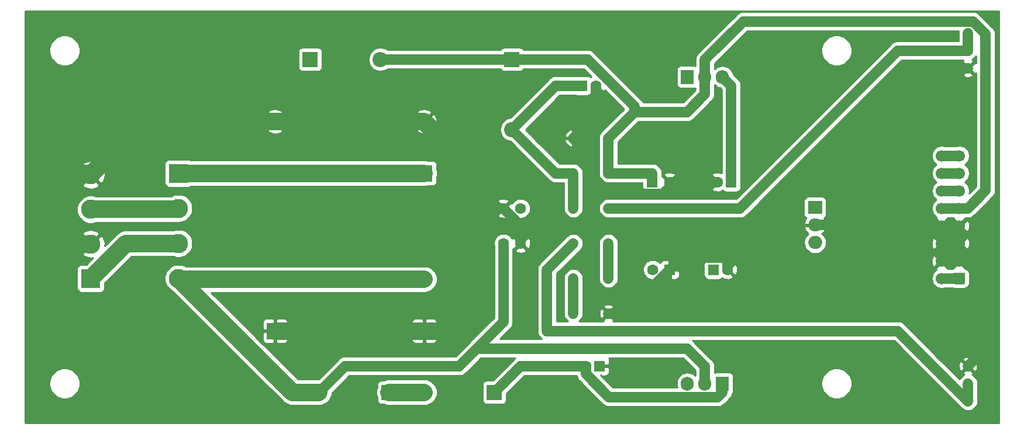
<source format=gbr>
%TF.GenerationSoftware,KiCad,Pcbnew,(5.1.10)-1*%
%TF.CreationDate,2021-09-17T22:04:39-04:00*%
%TF.ProjectId,Power Supply,506f7765-7220-4537-9570-706c792e6b69,rev?*%
%TF.SameCoordinates,Original*%
%TF.FileFunction,Copper,L2,Bot*%
%TF.FilePolarity,Positive*%
%FSLAX46Y46*%
G04 Gerber Fmt 4.6, Leading zero omitted, Abs format (unit mm)*
G04 Created by KiCad (PCBNEW (5.1.10)-1) date 2021-09-17 22:04:39*
%MOMM*%
%LPD*%
G01*
G04 APERTURE LIST*
%TA.AperFunction,ComponentPad*%
%ADD10C,1.700000*%
%TD*%
%TA.AperFunction,ComponentPad*%
%ADD11C,1.440000*%
%TD*%
%TA.AperFunction,ComponentPad*%
%ADD12C,2.800000*%
%TD*%
%TA.AperFunction,ComponentPad*%
%ADD13R,2.800000X2.800000*%
%TD*%
%TA.AperFunction,ComponentPad*%
%ADD14R,1.600000X1.600000*%
%TD*%
%TA.AperFunction,ComponentPad*%
%ADD15C,1.600000*%
%TD*%
%TA.AperFunction,ComponentPad*%
%ADD16R,2.400000X2.400000*%
%TD*%
%TA.AperFunction,ComponentPad*%
%ADD17C,2.400000*%
%TD*%
%TA.AperFunction,ComponentPad*%
%ADD18O,2.200000X2.200000*%
%TD*%
%TA.AperFunction,ComponentPad*%
%ADD19R,2.200000X2.200000*%
%TD*%
%TA.AperFunction,ComponentPad*%
%ADD20C,1.400000*%
%TD*%
%TA.AperFunction,ComponentPad*%
%ADD21O,1.400000X1.400000*%
%TD*%
%TA.AperFunction,ComponentPad*%
%ADD22R,1.905000X2.000000*%
%TD*%
%TA.AperFunction,ComponentPad*%
%ADD23O,1.905000X2.000000*%
%TD*%
%TA.AperFunction,ComponentPad*%
%ADD24R,2.000000X1.905000*%
%TD*%
%TA.AperFunction,ComponentPad*%
%ADD25O,2.000000X1.905000*%
%TD*%
%TA.AperFunction,Conductor*%
%ADD26C,2.540000*%
%TD*%
%TA.AperFunction,Conductor*%
%ADD27C,1.500000*%
%TD*%
%TA.AperFunction,Conductor*%
%ADD28C,1.000000*%
%TD*%
%TA.AperFunction,Conductor*%
%ADD29C,0.254000*%
%TD*%
%TA.AperFunction,Conductor*%
%ADD30C,0.100000*%
%TD*%
G04 APERTURE END LIST*
%TO.P,J2,1*%
%TO.N,Net-(C9-Pad2)*%
%TA.AperFunction,ComponentPad*%
G36*
G01*
X197700000Y-92110000D02*
X197700000Y-93310000D01*
G75*
G02*
X197450000Y-93560000I-250000J0D01*
G01*
X196250000Y-93560000D01*
G75*
G02*
X196000000Y-93310000I0J250000D01*
G01*
X196000000Y-92110000D01*
G75*
G02*
X196250000Y-91860000I250000J0D01*
G01*
X197450000Y-91860000D01*
G75*
G02*
X197700000Y-92110000I0J-250000D01*
G01*
G37*
%TD.AperFunction*%
D10*
%TO.P,J2,3*%
%TO.N,GND*%
X196850000Y-90170000D03*
%TO.P,J2,5*%
X196850000Y-87630000D03*
%TO.P,J2,7*%
X196850000Y-85090000D03*
%TO.P,J2,9*%
%TO.N,Net-(C1-Pad1)*%
X196850000Y-82550000D03*
%TO.P,J2,11*%
%TO.N,Net-(C12-Pad1)*%
X196850000Y-80010000D03*
%TO.P,J2,13*%
%TO.N,Net-(J2-Pad13)*%
X196850000Y-77470000D03*
%TO.P,J2,15*%
%TO.N,Net-(J2-Pad15)*%
X196850000Y-74930000D03*
%TO.P,J2,2*%
%TO.N,Net-(C9-Pad2)*%
X194310000Y-92710000D03*
%TO.P,J2,4*%
%TO.N,GND*%
X194310000Y-90170000D03*
%TO.P,J2,6*%
X194310000Y-87630000D03*
%TO.P,J2,8*%
X194310000Y-85090000D03*
%TO.P,J2,10*%
%TO.N,Net-(C1-Pad1)*%
X194310000Y-82550000D03*
%TO.P,J2,12*%
%TO.N,Net-(C12-Pad1)*%
X194310000Y-80010000D03*
%TO.P,J2,14*%
%TO.N,Net-(J2-Pad13)*%
X194310000Y-77470000D03*
%TO.P,J2,16*%
%TO.N,Net-(J2-Pad15)*%
X194310000Y-74930000D03*
%TD*%
D11*
%TO.P,RV4,1*%
%TO.N,Net-(R3-Pad2)*%
X198120000Y-57150000D03*
%TO.P,RV4,2*%
X198120000Y-59690000D03*
%TO.P,RV4,3*%
%TO.N,GND*%
X198120000Y-62230000D03*
%TD*%
%TO.P,RV8,3*%
%TO.N,GND*%
X198120000Y-105410000D03*
%TO.P,RV8,2*%
%TO.N,Net-(R7-Pad1)*%
X198120000Y-107950000D03*
%TO.P,RV8,1*%
X198120000Y-110490000D03*
%TD*%
D12*
%TO.P,BR1,4*%
%TO.N,Net-(BR1-Pad4)*%
X83820000Y-92710000D03*
%TO.P,BR1,3*%
%TO.N,Net-(BR1-Pad3)*%
X83820000Y-87630000D03*
%TO.P,BR1,2*%
%TO.N,Net-(BR1-Pad2)*%
X83820000Y-82550000D03*
D13*
%TO.P,BR1,1*%
%TO.N,Net-(BR1-Pad1)*%
X83820000Y-77470000D03*
%TD*%
D14*
%TO.P,C1,1*%
%TO.N,Net-(C1-Pad1)*%
X152400000Y-78740000D03*
D15*
%TO.P,C1,2*%
%TO.N,GND*%
X154900000Y-78740000D03*
%TD*%
%TO.P,C2,2*%
%TO.N,GND*%
X130850000Y-82550000D03*
%TO.P,C2,1*%
%TO.N,Net-(BR1-Pad1)*%
X133350000Y-82550000D03*
%TD*%
D14*
%TO.P,C3,1*%
%TO.N,Net-(C3-Pad1)*%
X142240000Y-64770000D03*
D15*
%TO.P,C3,2*%
%TO.N,GND*%
X144240000Y-64770000D03*
%TD*%
D16*
%TO.P,C4,1*%
%TO.N,Net-(BR1-Pad1)*%
X97790000Y-77470000D03*
D17*
%TO.P,C4,2*%
%TO.N,GND*%
X97790000Y-69970000D03*
%TD*%
D16*
%TO.P,C5,1*%
%TO.N,Net-(BR1-Pad1)*%
X119380000Y-77470000D03*
D17*
%TO.P,C5,2*%
%TO.N,GND*%
X119380000Y-69970000D03*
%TD*%
%TO.P,C6,2*%
%TO.N,Net-(BR1-Pad4)*%
X97790000Y-92830000D03*
D16*
%TO.P,C6,1*%
%TO.N,GND*%
X97790000Y-100330000D03*
%TD*%
D17*
%TO.P,C7,2*%
%TO.N,Net-(BR1-Pad4)*%
X119380000Y-92830000D03*
D16*
%TO.P,C7,1*%
%TO.N,GND*%
X119380000Y-100330000D03*
%TD*%
D15*
%TO.P,C8,1*%
%TO.N,GND*%
X133350000Y-87630000D03*
%TO.P,C8,2*%
%TO.N,Net-(BR1-Pad4)*%
X130850000Y-87630000D03*
%TD*%
%TO.P,C9,2*%
%TO.N,Net-(C9-Pad2)*%
X152440000Y-91440000D03*
D14*
%TO.P,C9,1*%
%TO.N,GND*%
X154940000Y-91440000D03*
%TD*%
D15*
%TO.P,C10,2*%
%TO.N,Net-(C10-Pad2)*%
X142780000Y-105410000D03*
D14*
%TO.P,C10,1*%
%TO.N,GND*%
X144780000Y-105410000D03*
%TD*%
%TO.P,C11,1*%
%TO.N,Net-(BR1-Pad1)*%
X163830000Y-78740000D03*
D15*
%TO.P,C11,2*%
%TO.N,GND*%
X161830000Y-78740000D03*
%TD*%
%TO.P,C12,2*%
%TO.N,GND*%
X163290000Y-91440000D03*
D14*
%TO.P,C12,1*%
%TO.N,Net-(C12-Pad1)*%
X161290000Y-91440000D03*
%TD*%
D18*
%TO.P,D1,2*%
%TO.N,Net-(C1-Pad1)*%
X113030000Y-60960000D03*
D19*
%TO.P,D1,1*%
%TO.N,Net-(BR1-Pad1)*%
X102870000Y-60960000D03*
%TD*%
%TO.P,D2,1*%
%TO.N,Net-(C1-Pad1)*%
X132080000Y-60960000D03*
D18*
%TO.P,D2,2*%
%TO.N,Net-(C3-Pad1)*%
X132080000Y-71120000D03*
%TD*%
%TO.P,D3,2*%
%TO.N,Net-(BR1-Pad4)*%
X104140000Y-109220000D03*
D19*
%TO.P,D3,1*%
%TO.N,Net-(C9-Pad2)*%
X114300000Y-109220000D03*
%TD*%
%TO.P,D4,1*%
%TO.N,Net-(C10-Pad2)*%
X129540000Y-109220000D03*
D18*
%TO.P,D4,2*%
%TO.N,Net-(C9-Pad2)*%
X119380000Y-109220000D03*
%TD*%
D13*
%TO.P,J1,1*%
%TO.N,Net-(BR1-Pad3)*%
X71120000Y-92710000D03*
D12*
%TO.P,J1,2*%
%TO.N,GND*%
X71120000Y-87710000D03*
%TO.P,J1,3*%
%TO.N,Net-(BR1-Pad2)*%
X71120000Y-82710000D03*
%TO.P,J1,4*%
%TO.N,GND*%
X71120000Y-77710000D03*
%TD*%
D20*
%TO.P,R1,1*%
%TO.N,Net-(C1-Pad1)*%
X146050000Y-77470000D03*
D21*
%TO.P,R1,2*%
%TO.N,Net-(C3-Pad1)*%
X140970000Y-77470000D03*
%TD*%
D20*
%TO.P,R2,1*%
%TO.N,Net-(C1-Pad1)*%
X146050000Y-72390000D03*
D21*
%TO.P,R2,2*%
%TO.N,GND*%
X140970000Y-72390000D03*
%TD*%
%TO.P,R3,2*%
%TO.N,Net-(R3-Pad2)*%
X146050000Y-82550000D03*
D20*
%TO.P,R3,1*%
%TO.N,Net-(C3-Pad1)*%
X140970000Y-82550000D03*
%TD*%
%TO.P,R5,1*%
%TO.N,Net-(C10-Pad2)*%
X146050000Y-92710000D03*
D21*
%TO.P,R5,2*%
%TO.N,Net-(C9-Pad2)*%
X140970000Y-92710000D03*
%TD*%
%TO.P,R6,2*%
%TO.N,Net-(C9-Pad2)*%
X140970000Y-97790000D03*
D20*
%TO.P,R6,1*%
%TO.N,GND*%
X146050000Y-97790000D03*
%TD*%
D21*
%TO.P,R7,2*%
%TO.N,Net-(C10-Pad2)*%
X146050000Y-87630000D03*
D20*
%TO.P,R7,1*%
%TO.N,Net-(R7-Pad1)*%
X140970000Y-87630000D03*
%TD*%
D22*
%TO.P,U1,1*%
%TO.N,Net-(C3-Pad1)*%
X157480000Y-63500000D03*
D23*
%TO.P,U1,2*%
%TO.N,Net-(C1-Pad1)*%
X160020000Y-63500000D03*
%TO.P,U1,3*%
%TO.N,Net-(BR1-Pad1)*%
X162560000Y-63500000D03*
%TD*%
%TO.P,U2,3*%
%TO.N,Net-(C9-Pad2)*%
X157480000Y-107950000D03*
%TO.P,U2,2*%
%TO.N,Net-(BR1-Pad4)*%
X160020000Y-107950000D03*
D22*
%TO.P,U2,1*%
%TO.N,Net-(C10-Pad2)*%
X162560000Y-107950000D03*
%TD*%
D24*
%TO.P,U3,1*%
%TO.N,Net-(BR1-Pad1)*%
X175958500Y-82423000D03*
D25*
%TO.P,U3,2*%
%TO.N,GND*%
X175958500Y-84963000D03*
%TO.P,U3,3*%
%TO.N,Net-(C12-Pad1)*%
X175958500Y-87503000D03*
%TD*%
D26*
%TO.N,Net-(BR1-Pad4)*%
X119380000Y-92830000D02*
X97790000Y-92830000D01*
X83940000Y-92830000D02*
X83820000Y-92710000D01*
X97790000Y-92830000D02*
X83940000Y-92830000D01*
X100330000Y-109220000D02*
X83820000Y-92710000D01*
X104140000Y-109220000D02*
X100330000Y-109220000D01*
D27*
X104140000Y-109220000D02*
X107950000Y-105410000D01*
X130850000Y-87630000D02*
X130850000Y-99020000D01*
X124460000Y-105410000D02*
X107950000Y-105410000D01*
X157440000Y-102870000D02*
X127000000Y-102870000D01*
X160020000Y-105450000D02*
X157440000Y-102870000D01*
X160020000Y-107950000D02*
X160020000Y-105450000D01*
X127000000Y-102870000D02*
X124460000Y-105410000D01*
X130850000Y-99020000D02*
X127000000Y-102870000D01*
D26*
%TO.N,Net-(BR1-Pad3)*%
X76200000Y-87630000D02*
X71120000Y-92710000D01*
X83820000Y-87630000D02*
X76200000Y-87630000D01*
%TO.N,Net-(BR1-Pad2)*%
X83660000Y-82710000D02*
X83820000Y-82550000D01*
X71120000Y-82710000D02*
X83660000Y-82710000D01*
%TO.N,Net-(BR1-Pad1)*%
X97790000Y-77470000D02*
X119380000Y-77470000D01*
X83820000Y-77470000D02*
X92710000Y-77470000D01*
X92710000Y-77470000D02*
X97790000Y-77470000D01*
D27*
X163830000Y-64770000D02*
X162560000Y-63500000D01*
X163830000Y-78740000D02*
X163830000Y-64770000D01*
%TO.N,Net-(C1-Pad1)*%
X157440000Y-68580000D02*
X149860000Y-68580000D01*
X160020000Y-66000000D02*
X157440000Y-68580000D01*
X160020000Y-63500000D02*
X160020000Y-66000000D01*
X146050000Y-77470000D02*
X146050000Y-72390000D01*
X146050000Y-72390000D02*
X149860000Y-68580000D01*
X143020002Y-60960000D02*
X132080000Y-60960000D01*
X149860000Y-67799998D02*
X143020002Y-60960000D01*
X149860000Y-68580000D02*
X149860000Y-67799998D01*
X132080000Y-60960000D02*
X113030000Y-60960000D01*
X146050000Y-77470000D02*
X152400000Y-77470000D01*
X152400000Y-77470000D02*
X152400000Y-78740000D01*
X194310000Y-82550000D02*
X196850000Y-82550000D01*
X198052081Y-82550000D02*
X200660000Y-79942081D01*
X196850000Y-82550000D02*
X198052081Y-82550000D01*
X165570010Y-55449990D02*
X160020000Y-61000000D01*
X198824167Y-55449990D02*
X165570010Y-55449990D01*
X160020000Y-61000000D02*
X160020000Y-63500000D01*
X200660000Y-57285823D02*
X198824167Y-55449990D01*
X200660000Y-79942081D02*
X200660000Y-57285823D01*
D26*
%TO.N,GND*%
X78860000Y-69970000D02*
X97790000Y-69970000D01*
X71120000Y-77710000D02*
X78860000Y-69970000D01*
X97790000Y-69970000D02*
X119380000Y-69970000D01*
X119380000Y-69970000D02*
X126880000Y-77470000D01*
X97790000Y-100330000D02*
X119380000Y-100330000D01*
D28*
X143510000Y-80010000D02*
X143740001Y-80240001D01*
D26*
X71120000Y-87710000D02*
X64850000Y-87710000D01*
X64850000Y-87710000D02*
X64770000Y-87630000D01*
X64770000Y-87630000D02*
X64770000Y-77470000D01*
X70880000Y-77470000D02*
X71120000Y-77710000D01*
X64770000Y-77470000D02*
X70880000Y-77470000D01*
D27*
X144240000Y-69120000D02*
X140970000Y-72390000D01*
X144240000Y-64770000D02*
X144240000Y-69120000D01*
X143510000Y-74930000D02*
X143510000Y-76200000D01*
X140970000Y-72390000D02*
X143510000Y-74930000D01*
X143510000Y-76200000D02*
X143510000Y-80010000D01*
X154900000Y-79871370D02*
X154900000Y-78740000D01*
X154281369Y-80490001D02*
X154900000Y-79871370D01*
X143990001Y-80490001D02*
X154281369Y-80490001D01*
X143740001Y-80240001D02*
X143990001Y-80490001D01*
X154900000Y-78740000D02*
X161830000Y-78740000D01*
X148590000Y-97790000D02*
X154940000Y-91440000D01*
X146050000Y-97790000D02*
X148590000Y-97790000D01*
X156690001Y-89689999D02*
X154940000Y-91440000D01*
X162850001Y-89689999D02*
X156690001Y-89689999D01*
X163290000Y-90129998D02*
X162850001Y-89689999D01*
X163290000Y-91440000D02*
X163290000Y-90129998D01*
X128270000Y-82550000D02*
X126880000Y-83940000D01*
X130850000Y-82550000D02*
X128270000Y-82550000D01*
D26*
X126880000Y-77470000D02*
X126880000Y-83940000D01*
D27*
X133350000Y-85050000D02*
X130850000Y-82550000D01*
X133350000Y-87630000D02*
X133350000Y-85050000D01*
D26*
X119380000Y-100330000D02*
X124460000Y-100330000D01*
X126880000Y-97910000D02*
X126880000Y-83940000D01*
X124460000Y-100330000D02*
X126880000Y-97910000D01*
D27*
X133350000Y-85050000D02*
X143470000Y-85050000D01*
X143740001Y-84779999D02*
X143740001Y-80240001D01*
X143470000Y-85050000D02*
X143740001Y-84779999D01*
X196850000Y-90170000D02*
X196850000Y-87630000D01*
X196850000Y-87630000D02*
X196850000Y-85090000D01*
X196850000Y-85090000D02*
X194310000Y-85090000D01*
X194310000Y-85090000D02*
X194310000Y-87630000D01*
X194310000Y-87630000D02*
X194310000Y-90170000D01*
X194310000Y-90170000D02*
X196850000Y-90170000D01*
X196850000Y-90170000D02*
X194310000Y-87630000D01*
X194310000Y-90170000D02*
X196850000Y-87630000D01*
X196850000Y-87630000D02*
X194310000Y-85090000D01*
X194310000Y-87630000D02*
X196850000Y-85090000D01*
X196850000Y-87630000D02*
X194310000Y-87630000D01*
X198052081Y-90170000D02*
X200660000Y-92777919D01*
X196850000Y-90170000D02*
X198052081Y-90170000D01*
X200660000Y-102870000D02*
X198120000Y-105410000D01*
X200660000Y-92777919D02*
X200660000Y-102870000D01*
X179030000Y-83820000D02*
X180300000Y-85090000D01*
X179030000Y-83820000D02*
X179030000Y-78780000D01*
X179030000Y-78780000D02*
X178990000Y-78740000D01*
X174639998Y-78780000D02*
X163290000Y-90129998D01*
X179030000Y-78780000D02*
X174639998Y-78780000D01*
X198120000Y-62230000D02*
X189230000Y-62230000D01*
X189230000Y-62230000D02*
X189230000Y-85090000D01*
X189230000Y-85090000D02*
X194310000Y-85090000D01*
X180300000Y-85090000D02*
X189230000Y-85090000D01*
X180173000Y-84963000D02*
X180300000Y-85090000D01*
X175958500Y-84963000D02*
X180173000Y-84963000D01*
%TO.N,Net-(C3-Pad1)*%
X138430000Y-64770000D02*
X132080000Y-71120000D01*
X142240000Y-64770000D02*
X138430000Y-64770000D01*
X138430000Y-77470000D02*
X132080000Y-71120000D01*
X140970000Y-77470000D02*
X138430000Y-77470000D01*
X140970000Y-82550000D02*
X140970000Y-77470000D01*
D26*
%TO.N,Net-(C9-Pad2)*%
X114300000Y-109220000D02*
X119380000Y-109220000D01*
D27*
X140970000Y-92710000D02*
X140970000Y-97790000D01*
X194310000Y-92710000D02*
X196850000Y-92710000D01*
%TO.N,Net-(C10-Pad2)*%
X146050000Y-87630000D02*
X146050000Y-92710000D01*
X162560000Y-107950000D02*
X162560000Y-109220000D01*
X142780000Y-106541370D02*
X142780000Y-105410000D01*
X146138640Y-109900010D02*
X142780000Y-106541370D01*
X161879990Y-109900010D02*
X146138640Y-109900010D01*
X162560000Y-109220000D02*
X161879990Y-109900010D01*
X133350000Y-105410000D02*
X129540000Y-109220000D01*
X142780000Y-105410000D02*
X133350000Y-105410000D01*
%TO.N,Net-(C12-Pad1)*%
X194310000Y-80010000D02*
X196850000Y-80010000D01*
%TO.N,Net-(J2-Pad13)*%
X194310000Y-77470000D02*
X196850000Y-77470000D01*
%TO.N,Net-(J2-Pad15)*%
X194310000Y-74930000D02*
X196850000Y-74930000D01*
%TO.N,Net-(R3-Pad2)*%
X198120000Y-57150000D02*
X198120000Y-59690000D01*
X146050000Y-82550000D02*
X165100000Y-82550000D01*
X187960000Y-59690000D02*
X198120000Y-59690000D01*
X165100000Y-82550000D02*
X187960000Y-59690000D01*
%TO.N,Net-(R7-Pad1)*%
X137160000Y-91440000D02*
X140970000Y-87630000D01*
X137160000Y-100330000D02*
X137160000Y-91440000D01*
X198120000Y-110490000D02*
X198120000Y-107950000D01*
X187960000Y-100330000D02*
X198120000Y-110490000D01*
X137160000Y-100330000D02*
X187960000Y-100330000D01*
%TD*%
D29*
%TO.N,GND*%
X202540000Y-113640000D02*
X61620000Y-113640000D01*
X61620000Y-107729872D01*
X65075000Y-107729872D01*
X65075000Y-108170128D01*
X65160890Y-108601925D01*
X65329369Y-109008669D01*
X65573962Y-109374729D01*
X65885271Y-109686038D01*
X66251331Y-109930631D01*
X66658075Y-110099110D01*
X67089872Y-110185000D01*
X67530128Y-110185000D01*
X67961925Y-110099110D01*
X68368669Y-109930631D01*
X68734729Y-109686038D01*
X69046038Y-109374729D01*
X69290631Y-109008669D01*
X69459110Y-108601925D01*
X69545000Y-108170128D01*
X69545000Y-107729872D01*
X69459110Y-107298075D01*
X69290631Y-106891331D01*
X69046038Y-106525271D01*
X68734729Y-106213962D01*
X68368669Y-105969369D01*
X67961925Y-105800890D01*
X67530128Y-105715000D01*
X67089872Y-105715000D01*
X66658075Y-105800890D01*
X66251331Y-105969369D01*
X65885271Y-106213962D01*
X65573962Y-106525271D01*
X65329369Y-106891331D01*
X65160890Y-107298075D01*
X65075000Y-107729872D01*
X61620000Y-107729872D01*
X61620000Y-91310000D01*
X69081928Y-91310000D01*
X69081928Y-94110000D01*
X69094188Y-94234482D01*
X69130498Y-94354180D01*
X69189463Y-94464494D01*
X69268815Y-94561185D01*
X69365506Y-94640537D01*
X69475820Y-94699502D01*
X69595518Y-94735812D01*
X69720000Y-94748072D01*
X72520000Y-94748072D01*
X72644482Y-94735812D01*
X72764180Y-94699502D01*
X72874494Y-94640537D01*
X72971185Y-94561185D01*
X73050537Y-94464494D01*
X73109502Y-94354180D01*
X73145812Y-94234482D01*
X73158072Y-94110000D01*
X73158072Y-93366003D01*
X74014505Y-92509570D01*
X81785000Y-92509570D01*
X81785000Y-92910430D01*
X81863204Y-93303587D01*
X82016607Y-93673934D01*
X82239313Y-94007237D01*
X82522763Y-94290687D01*
X82856066Y-94513393D01*
X82981115Y-94565190D01*
X98916784Y-110500860D01*
X98976444Y-110573556D01*
X99099438Y-110674494D01*
X99266517Y-110811613D01*
X99404262Y-110885239D01*
X99597461Y-110988506D01*
X99956555Y-111097436D01*
X100236418Y-111125000D01*
X100236420Y-111125000D01*
X100330000Y-111134217D01*
X100423580Y-111125000D01*
X104233582Y-111125000D01*
X104513445Y-111097436D01*
X104872539Y-110988506D01*
X105203482Y-110811613D01*
X105493556Y-110573556D01*
X105731613Y-110283482D01*
X105908506Y-109952539D01*
X106017436Y-109593445D01*
X106049359Y-109269326D01*
X106098685Y-109220000D01*
X112385783Y-109220000D01*
X112422564Y-109593445D01*
X112531494Y-109952539D01*
X112561928Y-110009477D01*
X112561928Y-110320000D01*
X112574188Y-110444482D01*
X112610498Y-110564180D01*
X112669463Y-110674494D01*
X112748815Y-110771185D01*
X112845506Y-110850537D01*
X112955820Y-110909502D01*
X113075518Y-110945812D01*
X113200000Y-110958072D01*
X113510523Y-110958072D01*
X113567461Y-110988506D01*
X113926555Y-111097436D01*
X114206418Y-111125000D01*
X119473582Y-111125000D01*
X119753445Y-111097436D01*
X120112539Y-110988506D01*
X120443482Y-110811613D01*
X120733556Y-110573556D01*
X120971613Y-110283482D01*
X121148506Y-109952539D01*
X121257436Y-109593445D01*
X121294217Y-109220000D01*
X121257436Y-108846555D01*
X121148506Y-108487461D01*
X120971613Y-108156518D01*
X120733556Y-107866444D01*
X120443482Y-107628387D01*
X120112539Y-107451494D01*
X119753445Y-107342564D01*
X119473582Y-107315000D01*
X114206418Y-107315000D01*
X113926555Y-107342564D01*
X113567461Y-107451494D01*
X113510523Y-107481928D01*
X113200000Y-107481928D01*
X113075518Y-107494188D01*
X112955820Y-107530498D01*
X112845506Y-107589463D01*
X112748815Y-107668815D01*
X112669463Y-107765506D01*
X112610498Y-107875820D01*
X112574188Y-107995518D01*
X112561928Y-108120000D01*
X112561928Y-108430523D01*
X112531494Y-108487461D01*
X112422564Y-108846555D01*
X112385783Y-109220000D01*
X106098685Y-109220000D01*
X108523686Y-106795000D01*
X124391971Y-106795000D01*
X124460000Y-106801700D01*
X124528029Y-106795000D01*
X124528037Y-106795000D01*
X124731507Y-106774960D01*
X124992581Y-106695764D01*
X125233188Y-106567157D01*
X125444081Y-106394081D01*
X125487454Y-106341231D01*
X127573685Y-104255000D01*
X132574184Y-104255000D01*
X132418766Y-104382548D01*
X132418764Y-104382550D01*
X132365919Y-104425919D01*
X132322550Y-104478764D01*
X129319387Y-107481928D01*
X128440000Y-107481928D01*
X128315518Y-107494188D01*
X128195820Y-107530498D01*
X128085506Y-107589463D01*
X127988815Y-107668815D01*
X127909463Y-107765506D01*
X127850498Y-107875820D01*
X127814188Y-107995518D01*
X127801928Y-108120000D01*
X127801928Y-110320000D01*
X127814188Y-110444482D01*
X127850498Y-110564180D01*
X127909463Y-110674494D01*
X127988815Y-110771185D01*
X128085506Y-110850537D01*
X128195820Y-110909502D01*
X128315518Y-110945812D01*
X128440000Y-110958072D01*
X130640000Y-110958072D01*
X130764482Y-110945812D01*
X130884180Y-110909502D01*
X130994494Y-110850537D01*
X131091185Y-110771185D01*
X131170537Y-110674494D01*
X131229502Y-110564180D01*
X131265812Y-110444482D01*
X131278072Y-110320000D01*
X131278072Y-109440613D01*
X133923686Y-106795000D01*
X141413279Y-106795000D01*
X141415040Y-106812877D01*
X141438839Y-106891331D01*
X141494236Y-107073950D01*
X141619428Y-107308167D01*
X141622844Y-107314558D01*
X141735225Y-107451494D01*
X141795919Y-107525450D01*
X141848765Y-107568820D01*
X145111190Y-110831246D01*
X145154559Y-110884091D01*
X145207404Y-110927460D01*
X145207406Y-110927462D01*
X145319739Y-111019651D01*
X145365452Y-111057167D01*
X145606059Y-111185774D01*
X145867133Y-111264970D01*
X146070603Y-111285010D01*
X146070612Y-111285010D01*
X146138639Y-111291710D01*
X146206666Y-111285010D01*
X161811961Y-111285010D01*
X161879990Y-111291710D01*
X161948019Y-111285010D01*
X161948027Y-111285010D01*
X162151497Y-111264970D01*
X162412571Y-111185774D01*
X162653178Y-111057167D01*
X162864071Y-110884091D01*
X162907444Y-110831241D01*
X163491233Y-110247452D01*
X163544081Y-110204081D01*
X163717157Y-109993188D01*
X163845764Y-109752581D01*
X163924960Y-109491507D01*
X163931233Y-109427818D01*
X163963685Y-109401185D01*
X164043037Y-109304494D01*
X164102002Y-109194180D01*
X164138312Y-109074482D01*
X164150572Y-108950000D01*
X164150572Y-107729872D01*
X176835000Y-107729872D01*
X176835000Y-108170128D01*
X176920890Y-108601925D01*
X177089369Y-109008669D01*
X177333962Y-109374729D01*
X177645271Y-109686038D01*
X178011331Y-109930631D01*
X178418075Y-110099110D01*
X178849872Y-110185000D01*
X179290128Y-110185000D01*
X179721925Y-110099110D01*
X180128669Y-109930631D01*
X180494729Y-109686038D01*
X180806038Y-109374729D01*
X181050631Y-109008669D01*
X181219110Y-108601925D01*
X181305000Y-108170128D01*
X181305000Y-107729872D01*
X181219110Y-107298075D01*
X181050631Y-106891331D01*
X180806038Y-106525271D01*
X180494729Y-106213962D01*
X180128669Y-105969369D01*
X179721925Y-105800890D01*
X179290128Y-105715000D01*
X178849872Y-105715000D01*
X178418075Y-105800890D01*
X178011331Y-105969369D01*
X177645271Y-106213962D01*
X177333962Y-106525271D01*
X177089369Y-106891331D01*
X176920890Y-107298075D01*
X176835000Y-107729872D01*
X164150572Y-107729872D01*
X164150572Y-106950000D01*
X164138312Y-106825518D01*
X164102002Y-106705820D01*
X164043037Y-106595506D01*
X163963685Y-106498815D01*
X163866994Y-106419463D01*
X163756680Y-106360498D01*
X163636982Y-106324188D01*
X163512500Y-106311928D01*
X161607500Y-106311928D01*
X161483018Y-106324188D01*
X161405000Y-106347855D01*
X161405000Y-105518029D01*
X161411700Y-105450000D01*
X161405000Y-105381971D01*
X161405000Y-105381963D01*
X161384960Y-105178493D01*
X161305764Y-104917419D01*
X161177157Y-104676812D01*
X161004081Y-104465919D01*
X160951236Y-104422550D01*
X158467452Y-101938767D01*
X158424081Y-101885919D01*
X158215816Y-101715000D01*
X187386315Y-101715000D01*
X197092555Y-111421241D01*
X197135919Y-111474080D01*
X197188759Y-111517445D01*
X197188766Y-111517452D01*
X197346812Y-111647157D01*
X197587419Y-111775764D01*
X197848493Y-111854960D01*
X198120000Y-111881701D01*
X198367164Y-111857358D01*
X198391507Y-111854960D01*
X198652580Y-111775764D01*
X198893188Y-111647157D01*
X199104081Y-111474081D01*
X199277157Y-111263188D01*
X199277158Y-111263187D01*
X199405764Y-111022581D01*
X199484960Y-110761507D01*
X199505000Y-110558037D01*
X199505000Y-110558029D01*
X199511700Y-110490000D01*
X199505000Y-110421971D01*
X199505000Y-107881963D01*
X199484960Y-107678493D01*
X199405764Y-107417419D01*
X199277157Y-107176812D01*
X199104081Y-106965919D01*
X198893188Y-106792843D01*
X198652581Y-106664236D01*
X198643453Y-106661467D01*
X198708353Y-106637875D01*
X198814068Y-106581368D01*
X198875955Y-106345560D01*
X198120000Y-105589605D01*
X197364045Y-106345560D01*
X197425932Y-106581368D01*
X197597141Y-106661287D01*
X197587420Y-106664236D01*
X197346813Y-106792843D01*
X197135920Y-106965919D01*
X196962844Y-107176812D01*
X196894103Y-107305417D01*
X195072366Y-105483680D01*
X196760439Y-105483680D01*
X196800937Y-105747501D01*
X196892125Y-105998353D01*
X196948632Y-106104068D01*
X197184440Y-106165955D01*
X197940395Y-105410000D01*
X198299605Y-105410000D01*
X199055560Y-106165955D01*
X199291368Y-106104068D01*
X199404266Y-105862210D01*
X199467811Y-105602973D01*
X199479561Y-105336320D01*
X199439063Y-105072499D01*
X199347875Y-104821647D01*
X199291368Y-104715932D01*
X199055560Y-104654045D01*
X198299605Y-105410000D01*
X197940395Y-105410000D01*
X197184440Y-104654045D01*
X196948632Y-104715932D01*
X196835734Y-104957790D01*
X196772189Y-105217027D01*
X196760439Y-105483680D01*
X195072366Y-105483680D01*
X194063126Y-104474440D01*
X197364045Y-104474440D01*
X198120000Y-105230395D01*
X198875955Y-104474440D01*
X198814068Y-104238632D01*
X198572210Y-104125734D01*
X198312973Y-104062189D01*
X198046320Y-104050439D01*
X197782499Y-104090937D01*
X197531647Y-104182125D01*
X197425932Y-104238632D01*
X197364045Y-104474440D01*
X194063126Y-104474440D01*
X188987454Y-99398769D01*
X188944081Y-99345919D01*
X188733188Y-99172843D01*
X188492581Y-99044236D01*
X188231507Y-98965040D01*
X188028037Y-98945000D01*
X188028029Y-98945000D01*
X187960000Y-98938300D01*
X187891971Y-98945000D01*
X146732212Y-98945000D01*
X146791664Y-98711269D01*
X146050000Y-97969605D01*
X145308336Y-98711269D01*
X145367788Y-98945000D01*
X141745816Y-98945000D01*
X141954081Y-98774081D01*
X142127157Y-98563188D01*
X142255764Y-98322581D01*
X142334960Y-98061507D01*
X142354366Y-97864473D01*
X144710610Y-97864473D01*
X144750875Y-98124344D01*
X144841065Y-98371366D01*
X144894963Y-98472203D01*
X145128731Y-98531664D01*
X145870395Y-97790000D01*
X146229605Y-97790000D01*
X146971269Y-98531664D01*
X147205037Y-98472203D01*
X147315934Y-98233758D01*
X147378183Y-97978260D01*
X147389390Y-97715527D01*
X147349125Y-97455656D01*
X147258935Y-97208634D01*
X147205037Y-97107797D01*
X146971269Y-97048336D01*
X146229605Y-97790000D01*
X145870395Y-97790000D01*
X145128731Y-97048336D01*
X144894963Y-97107797D01*
X144784066Y-97346242D01*
X144721817Y-97601740D01*
X144710610Y-97864473D01*
X142354366Y-97864473D01*
X142355000Y-97858037D01*
X142355000Y-96868731D01*
X145308336Y-96868731D01*
X146050000Y-97610395D01*
X146791664Y-96868731D01*
X146732203Y-96634963D01*
X146493758Y-96524066D01*
X146238260Y-96461817D01*
X145975527Y-96450610D01*
X145715656Y-96490875D01*
X145468634Y-96581065D01*
X145367797Y-96634963D01*
X145308336Y-96868731D01*
X142355000Y-96868731D01*
X142355000Y-92641963D01*
X142334960Y-92438493D01*
X142255764Y-92177419D01*
X142127157Y-91936812D01*
X141954080Y-91725919D01*
X141743187Y-91552843D01*
X141502580Y-91424236D01*
X141241506Y-91345040D01*
X140970000Y-91318299D01*
X140698493Y-91345040D01*
X140437419Y-91424236D01*
X140196812Y-91552843D01*
X139985919Y-91725920D01*
X139812843Y-91936813D01*
X139684236Y-92177420D01*
X139605040Y-92438494D01*
X139585000Y-92641964D01*
X139585001Y-97858037D01*
X139605041Y-98061507D01*
X139684237Y-98322581D01*
X139812844Y-98563188D01*
X139985920Y-98774081D01*
X140194185Y-98945000D01*
X138545000Y-98945000D01*
X138545000Y-92013685D01*
X141997452Y-88561234D01*
X142127157Y-88403188D01*
X142255764Y-88162581D01*
X142334960Y-87901507D01*
X142361700Y-87630000D01*
X142355000Y-87561964D01*
X144665000Y-87561964D01*
X144665001Y-92778037D01*
X144685041Y-92981507D01*
X144764237Y-93242581D01*
X144892844Y-93483188D01*
X145065920Y-93694081D01*
X145276813Y-93867157D01*
X145517420Y-93995764D01*
X145778494Y-94074960D01*
X146050000Y-94101701D01*
X146321507Y-94074960D01*
X146582581Y-93995764D01*
X146823188Y-93867157D01*
X147034081Y-93694081D01*
X147207157Y-93483188D01*
X147335764Y-93242581D01*
X147414960Y-92981507D01*
X147435000Y-92778037D01*
X147435000Y-91298665D01*
X151005000Y-91298665D01*
X151005000Y-91581335D01*
X151060147Y-91858574D01*
X151168320Y-92119727D01*
X151325363Y-92354759D01*
X151525241Y-92554637D01*
X151760273Y-92711680D01*
X152021426Y-92819853D01*
X152298665Y-92875000D01*
X152581335Y-92875000D01*
X152858574Y-92819853D01*
X153119727Y-92711680D01*
X153354759Y-92554637D01*
X153521339Y-92388057D01*
X153550498Y-92484180D01*
X153609463Y-92594494D01*
X153688815Y-92691185D01*
X153785506Y-92770537D01*
X153895820Y-92829502D01*
X154015518Y-92865812D01*
X154140000Y-92878072D01*
X154654250Y-92875000D01*
X154813000Y-92716250D01*
X154813000Y-91567000D01*
X155067000Y-91567000D01*
X155067000Y-92716250D01*
X155225750Y-92875000D01*
X155740000Y-92878072D01*
X155864482Y-92865812D01*
X155984180Y-92829502D01*
X156094494Y-92770537D01*
X156191185Y-92691185D01*
X156270537Y-92594494D01*
X156329502Y-92484180D01*
X156365812Y-92364482D01*
X156378072Y-92240000D01*
X156375000Y-91725750D01*
X156216250Y-91567000D01*
X155067000Y-91567000D01*
X154813000Y-91567000D01*
X154793000Y-91567000D01*
X154793000Y-91313000D01*
X154813000Y-91313000D01*
X154813000Y-90163750D01*
X155067000Y-90163750D01*
X155067000Y-91313000D01*
X156216250Y-91313000D01*
X156375000Y-91154250D01*
X156378072Y-90640000D01*
X159851928Y-90640000D01*
X159851928Y-92240000D01*
X159864188Y-92364482D01*
X159900498Y-92484180D01*
X159959463Y-92594494D01*
X160038815Y-92691185D01*
X160135506Y-92770537D01*
X160245820Y-92829502D01*
X160365518Y-92865812D01*
X160490000Y-92878072D01*
X162090000Y-92878072D01*
X162214482Y-92865812D01*
X162334180Y-92829502D01*
X162444494Y-92770537D01*
X162541185Y-92691185D01*
X162551807Y-92678242D01*
X162803996Y-92797571D01*
X163078184Y-92866300D01*
X163360512Y-92880217D01*
X163640130Y-92838787D01*
X163906292Y-92743603D01*
X164031514Y-92676671D01*
X164064649Y-92563740D01*
X192825000Y-92563740D01*
X192825000Y-92856260D01*
X192882068Y-93143158D01*
X192994010Y-93413411D01*
X193156525Y-93656632D01*
X193363368Y-93863475D01*
X193606589Y-94025990D01*
X193876842Y-94137932D01*
X194163740Y-94195000D01*
X194456260Y-94195000D01*
X194743158Y-94137932D01*
X194846805Y-94095000D01*
X195843787Y-94095000D01*
X195910150Y-94130472D01*
X196076746Y-94181008D01*
X196250000Y-94198072D01*
X197450000Y-94198072D01*
X197623254Y-94181008D01*
X197789850Y-94130472D01*
X197943386Y-94048405D01*
X198077962Y-93937962D01*
X198188405Y-93803386D01*
X198270472Y-93649850D01*
X198321008Y-93483254D01*
X198338072Y-93310000D01*
X198338072Y-92110000D01*
X198321008Y-91936746D01*
X198270472Y-91770150D01*
X198188405Y-91616614D01*
X198077962Y-91482038D01*
X197943386Y-91371595D01*
X197789850Y-91289528D01*
X197680707Y-91256420D01*
X197698792Y-91198397D01*
X196850000Y-90349605D01*
X196001208Y-91198397D01*
X196019293Y-91256420D01*
X195910150Y-91289528D01*
X195843787Y-91325000D01*
X195119331Y-91325000D01*
X195158792Y-91198397D01*
X194310000Y-90349605D01*
X193461208Y-91198397D01*
X193536729Y-91440689D01*
X193363368Y-91556525D01*
X193156525Y-91763368D01*
X192994010Y-92006589D01*
X192882068Y-92276842D01*
X192825000Y-92563740D01*
X164064649Y-92563740D01*
X164103097Y-92432702D01*
X163290000Y-91619605D01*
X163275858Y-91633748D01*
X163096253Y-91454143D01*
X163110395Y-91440000D01*
X163469605Y-91440000D01*
X164282702Y-92253097D01*
X164526671Y-92181514D01*
X164647571Y-91926004D01*
X164716300Y-91651816D01*
X164730217Y-91369488D01*
X164688787Y-91089870D01*
X164593603Y-90823708D01*
X164526671Y-90698486D01*
X164282702Y-90626903D01*
X163469605Y-91440000D01*
X163110395Y-91440000D01*
X163096253Y-91425858D01*
X163275858Y-91246253D01*
X163290000Y-91260395D01*
X164103097Y-90447298D01*
X164041843Y-90238531D01*
X192819389Y-90238531D01*
X192861401Y-90528019D01*
X192959081Y-90803747D01*
X193032528Y-90941157D01*
X193281603Y-91018792D01*
X194130395Y-90170000D01*
X194489605Y-90170000D01*
X195338397Y-91018792D01*
X195580000Y-90943486D01*
X195821603Y-91018792D01*
X196670395Y-90170000D01*
X197029605Y-90170000D01*
X197878397Y-91018792D01*
X198127472Y-90941157D01*
X198253371Y-90677117D01*
X198325339Y-90393589D01*
X198340611Y-90101469D01*
X198298599Y-89811981D01*
X198200919Y-89536253D01*
X198127472Y-89398843D01*
X197878397Y-89321208D01*
X197029605Y-90170000D01*
X196670395Y-90170000D01*
X195821603Y-89321208D01*
X195580000Y-89396514D01*
X195338397Y-89321208D01*
X194489605Y-90170000D01*
X194130395Y-90170000D01*
X193281603Y-89321208D01*
X193032528Y-89398843D01*
X192906629Y-89662883D01*
X192834661Y-89946411D01*
X192819389Y-90238531D01*
X164041843Y-90238531D01*
X164031514Y-90203329D01*
X163776004Y-90082429D01*
X163501816Y-90013700D01*
X163219488Y-89999783D01*
X162939870Y-90041213D01*
X162673708Y-90136397D01*
X162551691Y-90201616D01*
X162541185Y-90188815D01*
X162444494Y-90109463D01*
X162334180Y-90050498D01*
X162214482Y-90014188D01*
X162090000Y-90001928D01*
X160490000Y-90001928D01*
X160365518Y-90014188D01*
X160245820Y-90050498D01*
X160135506Y-90109463D01*
X160038815Y-90188815D01*
X159959463Y-90285506D01*
X159900498Y-90395820D01*
X159864188Y-90515518D01*
X159851928Y-90640000D01*
X156378072Y-90640000D01*
X156365812Y-90515518D01*
X156329502Y-90395820D01*
X156270537Y-90285506D01*
X156191185Y-90188815D01*
X156094494Y-90109463D01*
X155984180Y-90050498D01*
X155864482Y-90014188D01*
X155740000Y-90001928D01*
X155225750Y-90005000D01*
X155067000Y-90163750D01*
X154813000Y-90163750D01*
X154654250Y-90005000D01*
X154140000Y-90001928D01*
X154015518Y-90014188D01*
X153895820Y-90050498D01*
X153785506Y-90109463D01*
X153688815Y-90188815D01*
X153609463Y-90285506D01*
X153550498Y-90395820D01*
X153521339Y-90491943D01*
X153354759Y-90325363D01*
X153119727Y-90168320D01*
X152858574Y-90060147D01*
X152581335Y-90005000D01*
X152298665Y-90005000D01*
X152021426Y-90060147D01*
X151760273Y-90168320D01*
X151525241Y-90325363D01*
X151325363Y-90525241D01*
X151168320Y-90760273D01*
X151060147Y-91021426D01*
X151005000Y-91298665D01*
X147435000Y-91298665D01*
X147435000Y-87561963D01*
X147429193Y-87503000D01*
X174315819Y-87503000D01*
X174346470Y-87814204D01*
X174437245Y-88113449D01*
X174584655Y-88389235D01*
X174783037Y-88630963D01*
X175024765Y-88829345D01*
X175300551Y-88976755D01*
X175599796Y-89067530D01*
X175833014Y-89090500D01*
X176083986Y-89090500D01*
X176317204Y-89067530D01*
X176616449Y-88976755D01*
X176892235Y-88829345D01*
X177100534Y-88658397D01*
X193461208Y-88658397D01*
X193536514Y-88900000D01*
X193461208Y-89141603D01*
X194310000Y-89990395D01*
X195158792Y-89141603D01*
X195083486Y-88900000D01*
X195158792Y-88658397D01*
X196001208Y-88658397D01*
X196076514Y-88900000D01*
X196001208Y-89141603D01*
X196850000Y-89990395D01*
X197698792Y-89141603D01*
X197623486Y-88900000D01*
X197698792Y-88658397D01*
X196850000Y-87809605D01*
X196001208Y-88658397D01*
X195158792Y-88658397D01*
X194310000Y-87809605D01*
X193461208Y-88658397D01*
X177100534Y-88658397D01*
X177133963Y-88630963D01*
X177332345Y-88389235D01*
X177479755Y-88113449D01*
X177570530Y-87814204D01*
X177581922Y-87698531D01*
X192819389Y-87698531D01*
X192861401Y-87988019D01*
X192959081Y-88263747D01*
X193032528Y-88401157D01*
X193281603Y-88478792D01*
X194130395Y-87630000D01*
X194489605Y-87630000D01*
X195338397Y-88478792D01*
X195580000Y-88403486D01*
X195821603Y-88478792D01*
X196670395Y-87630000D01*
X197029605Y-87630000D01*
X197878397Y-88478792D01*
X198127472Y-88401157D01*
X198253371Y-88137117D01*
X198325339Y-87853589D01*
X198340611Y-87561469D01*
X198298599Y-87271981D01*
X198200919Y-86996253D01*
X198127472Y-86858843D01*
X197878397Y-86781208D01*
X197029605Y-87630000D01*
X196670395Y-87630000D01*
X195821603Y-86781208D01*
X195580000Y-86856514D01*
X195338397Y-86781208D01*
X194489605Y-87630000D01*
X194130395Y-87630000D01*
X193281603Y-86781208D01*
X193032528Y-86858843D01*
X192906629Y-87122883D01*
X192834661Y-87406411D01*
X192819389Y-87698531D01*
X177581922Y-87698531D01*
X177601181Y-87503000D01*
X177570530Y-87191796D01*
X177479755Y-86892551D01*
X177332345Y-86616765D01*
X177133963Y-86375037D01*
X176954601Y-86227837D01*
X177085037Y-86118397D01*
X193461208Y-86118397D01*
X193536514Y-86360000D01*
X193461208Y-86601603D01*
X194310000Y-87450395D01*
X195158792Y-86601603D01*
X195083486Y-86360000D01*
X195158792Y-86118397D01*
X196001208Y-86118397D01*
X196076514Y-86360000D01*
X196001208Y-86601603D01*
X196850000Y-87450395D01*
X197698792Y-86601603D01*
X197623486Y-86360000D01*
X197698792Y-86118397D01*
X196850000Y-85269605D01*
X196001208Y-86118397D01*
X195158792Y-86118397D01*
X194310000Y-85269605D01*
X193461208Y-86118397D01*
X177085037Y-86118397D01*
X177139815Y-86072437D01*
X177334469Y-85829923D01*
X177478071Y-85554094D01*
X177549063Y-85335980D01*
X177462518Y-85158531D01*
X192819389Y-85158531D01*
X192861401Y-85448019D01*
X192959081Y-85723747D01*
X193032528Y-85861157D01*
X193281603Y-85938792D01*
X194130395Y-85090000D01*
X194489605Y-85090000D01*
X195338397Y-85938792D01*
X195580000Y-85863486D01*
X195821603Y-85938792D01*
X196670395Y-85090000D01*
X197029605Y-85090000D01*
X197878397Y-85938792D01*
X198127472Y-85861157D01*
X198253371Y-85597117D01*
X198325339Y-85313589D01*
X198340611Y-85021469D01*
X198298599Y-84731981D01*
X198200919Y-84456253D01*
X198127472Y-84318843D01*
X197878397Y-84241208D01*
X197029605Y-85090000D01*
X196670395Y-85090000D01*
X195821603Y-84241208D01*
X195580000Y-84316514D01*
X195338397Y-84241208D01*
X194489605Y-85090000D01*
X194130395Y-85090000D01*
X193281603Y-84241208D01*
X193032528Y-84318843D01*
X192906629Y-84582883D01*
X192834661Y-84866411D01*
X192819389Y-85158531D01*
X177462518Y-85158531D01*
X177429094Y-85090000D01*
X176085500Y-85090000D01*
X176085500Y-85110000D01*
X175831500Y-85110000D01*
X175831500Y-85090000D01*
X174487906Y-85090000D01*
X174367937Y-85335980D01*
X174438929Y-85554094D01*
X174582531Y-85829923D01*
X174777185Y-86072437D01*
X174962399Y-86227837D01*
X174783037Y-86375037D01*
X174584655Y-86616765D01*
X174437245Y-86892551D01*
X174346470Y-87191796D01*
X174315819Y-87503000D01*
X147429193Y-87503000D01*
X147414960Y-87358493D01*
X147335764Y-87097419D01*
X147207157Y-86856812D01*
X147034080Y-86645919D01*
X146823187Y-86472843D01*
X146582580Y-86344236D01*
X146321506Y-86265040D01*
X146050000Y-86238299D01*
X145778493Y-86265040D01*
X145517419Y-86344236D01*
X145276812Y-86472843D01*
X145065919Y-86645920D01*
X144892843Y-86856813D01*
X144764236Y-87097420D01*
X144685040Y-87358494D01*
X144665000Y-87561964D01*
X142355000Y-87561964D01*
X142334960Y-87358493D01*
X142255764Y-87097419D01*
X142127157Y-86856812D01*
X141954081Y-86645919D01*
X141743188Y-86472843D01*
X141502581Y-86344236D01*
X141241507Y-86265040D01*
X140970000Y-86238300D01*
X140698493Y-86265040D01*
X140437419Y-86344236D01*
X140196812Y-86472843D01*
X140038766Y-86602548D01*
X136228764Y-90412551D01*
X136175920Y-90455919D01*
X136132551Y-90508764D01*
X136132548Y-90508767D01*
X136002844Y-90666812D01*
X135874236Y-90907420D01*
X135795040Y-91168493D01*
X135768300Y-91440000D01*
X135775001Y-91508039D01*
X135775000Y-100261963D01*
X135768299Y-100330000D01*
X135795040Y-100601507D01*
X135874236Y-100862581D01*
X136002843Y-101103188D01*
X136175919Y-101314081D01*
X136376020Y-101478300D01*
X136384184Y-101485000D01*
X130343686Y-101485000D01*
X131781236Y-100047450D01*
X131834081Y-100004081D01*
X132007157Y-99793188D01*
X132135764Y-99552581D01*
X132214960Y-99291507D01*
X132235000Y-99088037D01*
X132235000Y-99088028D01*
X132241700Y-99020001D01*
X132235000Y-98951974D01*
X132235000Y-88622702D01*
X132536903Y-88622702D01*
X132608486Y-88866671D01*
X132863996Y-88987571D01*
X133138184Y-89056300D01*
X133420512Y-89070217D01*
X133700130Y-89028787D01*
X133966292Y-88933603D01*
X134091514Y-88866671D01*
X134163097Y-88622702D01*
X133350000Y-87809605D01*
X132536903Y-88622702D01*
X132235000Y-88622702D01*
X132235000Y-88407214D01*
X132357298Y-88443097D01*
X133170395Y-87630000D01*
X133529605Y-87630000D01*
X134342702Y-88443097D01*
X134586671Y-88371514D01*
X134707571Y-88116004D01*
X134776300Y-87841816D01*
X134790217Y-87559488D01*
X134748787Y-87279870D01*
X134653603Y-87013708D01*
X134586671Y-86888486D01*
X134342702Y-86816903D01*
X133529605Y-87630000D01*
X133170395Y-87630000D01*
X132357298Y-86816903D01*
X132113329Y-86888486D01*
X132099676Y-86917341D01*
X131964637Y-86715241D01*
X131886694Y-86637298D01*
X132536903Y-86637298D01*
X133350000Y-87450395D01*
X134163097Y-86637298D01*
X134091514Y-86393329D01*
X133836004Y-86272429D01*
X133561816Y-86203700D01*
X133279488Y-86189783D01*
X132999870Y-86231213D01*
X132733708Y-86326397D01*
X132608486Y-86393329D01*
X132536903Y-86637298D01*
X131886694Y-86637298D01*
X131764759Y-86515363D01*
X131529727Y-86358320D01*
X131268574Y-86250147D01*
X130991335Y-86195000D01*
X130708665Y-86195000D01*
X130431426Y-86250147D01*
X130170273Y-86358320D01*
X129935241Y-86515363D01*
X129735363Y-86715241D01*
X129578320Y-86950273D01*
X129470147Y-87211426D01*
X129415000Y-87488665D01*
X129415000Y-87771335D01*
X129465000Y-88022699D01*
X129465001Y-98446313D01*
X126068769Y-101842546D01*
X126015919Y-101885919D01*
X125972548Y-101938767D01*
X123886315Y-104025000D01*
X108018029Y-104025000D01*
X107950000Y-104018300D01*
X107881971Y-104025000D01*
X107881963Y-104025000D01*
X107678493Y-104045040D01*
X107417419Y-104124236D01*
X107176812Y-104252843D01*
X107018766Y-104382548D01*
X107018764Y-104382550D01*
X106965919Y-104425919D01*
X106922550Y-104478764D01*
X104086315Y-107315000D01*
X101119076Y-107315000D01*
X95334076Y-101530000D01*
X95951928Y-101530000D01*
X95964188Y-101654482D01*
X96000498Y-101774180D01*
X96059463Y-101884494D01*
X96138815Y-101981185D01*
X96235506Y-102060537D01*
X96345820Y-102119502D01*
X96465518Y-102155812D01*
X96590000Y-102168072D01*
X97504250Y-102165000D01*
X97663000Y-102006250D01*
X97663000Y-100457000D01*
X97917000Y-100457000D01*
X97917000Y-102006250D01*
X98075750Y-102165000D01*
X98990000Y-102168072D01*
X99114482Y-102155812D01*
X99234180Y-102119502D01*
X99344494Y-102060537D01*
X99441185Y-101981185D01*
X99520537Y-101884494D01*
X99579502Y-101774180D01*
X99615812Y-101654482D01*
X99628072Y-101530000D01*
X117541928Y-101530000D01*
X117554188Y-101654482D01*
X117590498Y-101774180D01*
X117649463Y-101884494D01*
X117728815Y-101981185D01*
X117825506Y-102060537D01*
X117935820Y-102119502D01*
X118055518Y-102155812D01*
X118180000Y-102168072D01*
X119094250Y-102165000D01*
X119253000Y-102006250D01*
X119253000Y-100457000D01*
X119507000Y-100457000D01*
X119507000Y-102006250D01*
X119665750Y-102165000D01*
X120580000Y-102168072D01*
X120704482Y-102155812D01*
X120824180Y-102119502D01*
X120934494Y-102060537D01*
X121031185Y-101981185D01*
X121110537Y-101884494D01*
X121169502Y-101774180D01*
X121205812Y-101654482D01*
X121218072Y-101530000D01*
X121215000Y-100615750D01*
X121056250Y-100457000D01*
X119507000Y-100457000D01*
X119253000Y-100457000D01*
X117703750Y-100457000D01*
X117545000Y-100615750D01*
X117541928Y-101530000D01*
X99628072Y-101530000D01*
X99625000Y-100615750D01*
X99466250Y-100457000D01*
X97917000Y-100457000D01*
X97663000Y-100457000D01*
X96113750Y-100457000D01*
X95955000Y-100615750D01*
X95951928Y-101530000D01*
X95334076Y-101530000D01*
X92934076Y-99130000D01*
X95951928Y-99130000D01*
X95955000Y-100044250D01*
X96113750Y-100203000D01*
X97663000Y-100203000D01*
X97663000Y-98653750D01*
X97917000Y-98653750D01*
X97917000Y-100203000D01*
X99466250Y-100203000D01*
X99625000Y-100044250D01*
X99628072Y-99130000D01*
X117541928Y-99130000D01*
X117545000Y-100044250D01*
X117703750Y-100203000D01*
X119253000Y-100203000D01*
X119253000Y-98653750D01*
X119507000Y-98653750D01*
X119507000Y-100203000D01*
X121056250Y-100203000D01*
X121215000Y-100044250D01*
X121218072Y-99130000D01*
X121205812Y-99005518D01*
X121169502Y-98885820D01*
X121110537Y-98775506D01*
X121031185Y-98678815D01*
X120934494Y-98599463D01*
X120824180Y-98540498D01*
X120704482Y-98504188D01*
X120580000Y-98491928D01*
X119665750Y-98495000D01*
X119507000Y-98653750D01*
X119253000Y-98653750D01*
X119094250Y-98495000D01*
X118180000Y-98491928D01*
X118055518Y-98504188D01*
X117935820Y-98540498D01*
X117825506Y-98599463D01*
X117728815Y-98678815D01*
X117649463Y-98775506D01*
X117590498Y-98885820D01*
X117554188Y-99005518D01*
X117541928Y-99130000D01*
X99628072Y-99130000D01*
X99615812Y-99005518D01*
X99579502Y-98885820D01*
X99520537Y-98775506D01*
X99441185Y-98678815D01*
X99344494Y-98599463D01*
X99234180Y-98540498D01*
X99114482Y-98504188D01*
X98990000Y-98491928D01*
X98075750Y-98495000D01*
X97917000Y-98653750D01*
X97663000Y-98653750D01*
X97504250Y-98495000D01*
X96590000Y-98491928D01*
X96465518Y-98504188D01*
X96345820Y-98540498D01*
X96235506Y-98599463D01*
X96138815Y-98678815D01*
X96059463Y-98775506D01*
X96000498Y-98885820D01*
X95964188Y-99005518D01*
X95951928Y-99130000D01*
X92934076Y-99130000D01*
X88539075Y-94735000D01*
X119473582Y-94735000D01*
X119753445Y-94707436D01*
X120112539Y-94598506D01*
X120443482Y-94421613D01*
X120733556Y-94183556D01*
X120971613Y-93893482D01*
X121148506Y-93562539D01*
X121257436Y-93203445D01*
X121294217Y-92830000D01*
X121257436Y-92456555D01*
X121148506Y-92097461D01*
X120971613Y-91766518D01*
X120733556Y-91476444D01*
X120443482Y-91238387D01*
X120112539Y-91061494D01*
X119753445Y-90952564D01*
X119473582Y-90925000D01*
X84811461Y-90925000D01*
X84783934Y-90906607D01*
X84413587Y-90753204D01*
X84020430Y-90675000D01*
X83619570Y-90675000D01*
X83226413Y-90753204D01*
X82856066Y-90906607D01*
X82522763Y-91129313D01*
X82239313Y-91412763D01*
X82016607Y-91746066D01*
X81863204Y-92116413D01*
X81785000Y-92509570D01*
X74014505Y-92509570D01*
X76989076Y-89535000D01*
X83101367Y-89535000D01*
X83226413Y-89586796D01*
X83619570Y-89665000D01*
X84020430Y-89665000D01*
X84413587Y-89586796D01*
X84783934Y-89433393D01*
X85117237Y-89210687D01*
X85400687Y-88927237D01*
X85623393Y-88593934D01*
X85776796Y-88223587D01*
X85855000Y-87830430D01*
X85855000Y-87429570D01*
X85776796Y-87036413D01*
X85623393Y-86666066D01*
X85400687Y-86332763D01*
X85117237Y-86049313D01*
X84783934Y-85826607D01*
X84413587Y-85673204D01*
X84020430Y-85595000D01*
X83619570Y-85595000D01*
X83226413Y-85673204D01*
X83101367Y-85725000D01*
X76293580Y-85725000D01*
X76200000Y-85715783D01*
X76106420Y-85725000D01*
X76106418Y-85725000D01*
X75826555Y-85752564D01*
X75467461Y-85861494D01*
X75366423Y-85915500D01*
X75136517Y-86038387D01*
X75039025Y-86118397D01*
X74846444Y-86276444D01*
X74786784Y-86349140D01*
X73139147Y-87996778D01*
X73164310Y-87663223D01*
X73115904Y-87265296D01*
X72990795Y-86884460D01*
X72845770Y-86613135D01*
X72540447Y-86469158D01*
X71299605Y-87710000D01*
X71313748Y-87724143D01*
X71134143Y-87903748D01*
X71120000Y-87889605D01*
X69879158Y-89130447D01*
X70023135Y-89435770D01*
X70380892Y-89616597D01*
X70767053Y-89724155D01*
X71166777Y-89754310D01*
X71411368Y-89724557D01*
X70463997Y-90671928D01*
X69720000Y-90671928D01*
X69595518Y-90684188D01*
X69475820Y-90720498D01*
X69365506Y-90779463D01*
X69268815Y-90858815D01*
X69189463Y-90955506D01*
X69130498Y-91065820D01*
X69094188Y-91185518D01*
X69081928Y-91310000D01*
X61620000Y-91310000D01*
X61620000Y-87756777D01*
X69075690Y-87756777D01*
X69124096Y-88154704D01*
X69249205Y-88535540D01*
X69394230Y-88806865D01*
X69699553Y-88950842D01*
X70940395Y-87710000D01*
X69699553Y-86469158D01*
X69394230Y-86613135D01*
X69213403Y-86970892D01*
X69105845Y-87357053D01*
X69075690Y-87756777D01*
X61620000Y-87756777D01*
X61620000Y-86289553D01*
X69879158Y-86289553D01*
X71120000Y-87530395D01*
X72360842Y-86289553D01*
X72216865Y-85984230D01*
X71859108Y-85803403D01*
X71472947Y-85695845D01*
X71073223Y-85665690D01*
X70675296Y-85714096D01*
X70294460Y-85839205D01*
X70023135Y-85984230D01*
X69879158Y-86289553D01*
X61620000Y-86289553D01*
X61620000Y-82509570D01*
X69085000Y-82509570D01*
X69085000Y-82910430D01*
X69163204Y-83303587D01*
X69316607Y-83673934D01*
X69539313Y-84007237D01*
X69822763Y-84290687D01*
X70156066Y-84513393D01*
X70526413Y-84666796D01*
X70919570Y-84745000D01*
X71320430Y-84745000D01*
X71713587Y-84666796D01*
X71838633Y-84615000D01*
X83566420Y-84615000D01*
X83660000Y-84624217D01*
X83753580Y-84615000D01*
X83753582Y-84615000D01*
X84033445Y-84587436D01*
X84081560Y-84572840D01*
X84413587Y-84506796D01*
X84783934Y-84353393D01*
X85117237Y-84130687D01*
X85400687Y-83847237D01*
X85604170Y-83542702D01*
X130036903Y-83542702D01*
X130108486Y-83786671D01*
X130363996Y-83907571D01*
X130638184Y-83976300D01*
X130920512Y-83990217D01*
X131200130Y-83948787D01*
X131466292Y-83853603D01*
X131591514Y-83786671D01*
X131663097Y-83542702D01*
X130850000Y-82729605D01*
X130036903Y-83542702D01*
X85604170Y-83542702D01*
X85623393Y-83513934D01*
X85776796Y-83143587D01*
X85855000Y-82750430D01*
X85855000Y-82620512D01*
X129409783Y-82620512D01*
X129451213Y-82900130D01*
X129546397Y-83166292D01*
X129613329Y-83291514D01*
X129857298Y-83363097D01*
X130670395Y-82550000D01*
X131029605Y-82550000D01*
X131842702Y-83363097D01*
X132086671Y-83291514D01*
X132100324Y-83262659D01*
X132235363Y-83464759D01*
X132435241Y-83664637D01*
X132670273Y-83821680D01*
X132931426Y-83929853D01*
X133208665Y-83985000D01*
X133491335Y-83985000D01*
X133768574Y-83929853D01*
X134029727Y-83821680D01*
X134264759Y-83664637D01*
X134464637Y-83464759D01*
X134621680Y-83229727D01*
X134729853Y-82968574D01*
X134785000Y-82691335D01*
X134785000Y-82408665D01*
X134729853Y-82131426D01*
X134621680Y-81870273D01*
X134464637Y-81635241D01*
X134264759Y-81435363D01*
X134029727Y-81278320D01*
X133768574Y-81170147D01*
X133491335Y-81115000D01*
X133208665Y-81115000D01*
X132931426Y-81170147D01*
X132670273Y-81278320D01*
X132435241Y-81435363D01*
X132235363Y-81635241D01*
X132101308Y-81835869D01*
X132086671Y-81808486D01*
X131842702Y-81736903D01*
X131029605Y-82550000D01*
X130670395Y-82550000D01*
X129857298Y-81736903D01*
X129613329Y-81808486D01*
X129492429Y-82063996D01*
X129423700Y-82338184D01*
X129409783Y-82620512D01*
X85855000Y-82620512D01*
X85855000Y-82349570D01*
X85776796Y-81956413D01*
X85623393Y-81586066D01*
X85604171Y-81557298D01*
X130036903Y-81557298D01*
X130850000Y-82370395D01*
X131663097Y-81557298D01*
X131591514Y-81313329D01*
X131336004Y-81192429D01*
X131061816Y-81123700D01*
X130779488Y-81109783D01*
X130499870Y-81151213D01*
X130233708Y-81246397D01*
X130108486Y-81313329D01*
X130036903Y-81557298D01*
X85604171Y-81557298D01*
X85400687Y-81252763D01*
X85117237Y-80969313D01*
X84783934Y-80746607D01*
X84413587Y-80593204D01*
X84020430Y-80515000D01*
X83619570Y-80515000D01*
X83226413Y-80593204D01*
X82856066Y-80746607D01*
X82768675Y-80805000D01*
X71838633Y-80805000D01*
X71713587Y-80753204D01*
X71320430Y-80675000D01*
X70919570Y-80675000D01*
X70526413Y-80753204D01*
X70156066Y-80906607D01*
X69822763Y-81129313D01*
X69539313Y-81412763D01*
X69316607Y-81746066D01*
X69163204Y-82116413D01*
X69085000Y-82509570D01*
X61620000Y-82509570D01*
X61620000Y-79130447D01*
X69879158Y-79130447D01*
X70023135Y-79435770D01*
X70380892Y-79616597D01*
X70767053Y-79724155D01*
X71166777Y-79754310D01*
X71564704Y-79705904D01*
X71945540Y-79580795D01*
X72216865Y-79435770D01*
X72360842Y-79130447D01*
X71120000Y-77889605D01*
X69879158Y-79130447D01*
X61620000Y-79130447D01*
X61620000Y-77756777D01*
X69075690Y-77756777D01*
X69124096Y-78154704D01*
X69249205Y-78535540D01*
X69394230Y-78806865D01*
X69699553Y-78950842D01*
X70940395Y-77710000D01*
X71299605Y-77710000D01*
X72540447Y-78950842D01*
X72845770Y-78806865D01*
X73026597Y-78449108D01*
X73134155Y-78062947D01*
X73164310Y-77663223D01*
X73115904Y-77265296D01*
X72990795Y-76884460D01*
X72845770Y-76613135D01*
X72540447Y-76469158D01*
X71299605Y-77710000D01*
X70940395Y-77710000D01*
X69699553Y-76469158D01*
X69394230Y-76613135D01*
X69213403Y-76970892D01*
X69105845Y-77357053D01*
X69075690Y-77756777D01*
X61620000Y-77756777D01*
X61620000Y-76289553D01*
X69879158Y-76289553D01*
X71120000Y-77530395D01*
X72360842Y-76289553D01*
X72257311Y-76070000D01*
X81781928Y-76070000D01*
X81781928Y-78870000D01*
X81794188Y-78994482D01*
X81830498Y-79114180D01*
X81889463Y-79224494D01*
X81968815Y-79321185D01*
X82065506Y-79400537D01*
X82175820Y-79459502D01*
X82295518Y-79495812D01*
X82420000Y-79508072D01*
X85220000Y-79508072D01*
X85344482Y-79495812D01*
X85464180Y-79459502D01*
X85574494Y-79400537D01*
X85605611Y-79375000D01*
X119473582Y-79375000D01*
X119753445Y-79347436D01*
X119883211Y-79308072D01*
X120580000Y-79308072D01*
X120704482Y-79295812D01*
X120824180Y-79259502D01*
X120934494Y-79200537D01*
X121031185Y-79121185D01*
X121110537Y-79024494D01*
X121169502Y-78914180D01*
X121205812Y-78794482D01*
X121218072Y-78670000D01*
X121218072Y-77973211D01*
X121257436Y-77843445D01*
X121294217Y-77470000D01*
X121257436Y-77096555D01*
X121218072Y-76966789D01*
X121218072Y-76270000D01*
X121205812Y-76145518D01*
X121169502Y-76025820D01*
X121110537Y-75915506D01*
X121031185Y-75818815D01*
X120934494Y-75739463D01*
X120824180Y-75680498D01*
X120704482Y-75644188D01*
X120580000Y-75631928D01*
X119883211Y-75631928D01*
X119753445Y-75592564D01*
X119473582Y-75565000D01*
X85605611Y-75565000D01*
X85574494Y-75539463D01*
X85464180Y-75480498D01*
X85344482Y-75444188D01*
X85220000Y-75431928D01*
X82420000Y-75431928D01*
X82295518Y-75444188D01*
X82175820Y-75480498D01*
X82065506Y-75539463D01*
X81968815Y-75618815D01*
X81889463Y-75715506D01*
X81830498Y-75825820D01*
X81794188Y-75945518D01*
X81781928Y-76070000D01*
X72257311Y-76070000D01*
X72216865Y-75984230D01*
X71859108Y-75803403D01*
X71472947Y-75695845D01*
X71073223Y-75665690D01*
X70675296Y-75714096D01*
X70294460Y-75839205D01*
X70023135Y-75984230D01*
X69879158Y-76289553D01*
X61620000Y-76289553D01*
X61620000Y-71247980D01*
X96691626Y-71247980D01*
X96811514Y-71532836D01*
X97135210Y-71693699D01*
X97484069Y-71788322D01*
X97844684Y-71813067D01*
X98203198Y-71766985D01*
X98545833Y-71651846D01*
X98768486Y-71532836D01*
X98888374Y-71247980D01*
X118281626Y-71247980D01*
X118401514Y-71532836D01*
X118725210Y-71693699D01*
X119074069Y-71788322D01*
X119434684Y-71813067D01*
X119793198Y-71766985D01*
X120135833Y-71651846D01*
X120358486Y-71532836D01*
X120478374Y-71247980D01*
X119380000Y-70149605D01*
X118281626Y-71247980D01*
X98888374Y-71247980D01*
X97790000Y-70149605D01*
X96691626Y-71247980D01*
X61620000Y-71247980D01*
X61620000Y-70024684D01*
X95946933Y-70024684D01*
X95993015Y-70383198D01*
X96108154Y-70725833D01*
X96227164Y-70948486D01*
X96512020Y-71068374D01*
X97610395Y-69970000D01*
X97969605Y-69970000D01*
X99067980Y-71068374D01*
X99352836Y-70948486D01*
X99513699Y-70624790D01*
X99608322Y-70275931D01*
X99625562Y-70024684D01*
X117536933Y-70024684D01*
X117583015Y-70383198D01*
X117698154Y-70725833D01*
X117817164Y-70948486D01*
X118102020Y-71068374D01*
X119200395Y-69970000D01*
X119559605Y-69970000D01*
X120657980Y-71068374D01*
X120942836Y-70948486D01*
X121103699Y-70624790D01*
X121198322Y-70275931D01*
X121223067Y-69915316D01*
X121176985Y-69556802D01*
X121061846Y-69214167D01*
X120942836Y-68991514D01*
X120657980Y-68871626D01*
X119559605Y-69970000D01*
X119200395Y-69970000D01*
X118102020Y-68871626D01*
X117817164Y-68991514D01*
X117656301Y-69315210D01*
X117561678Y-69664069D01*
X117536933Y-70024684D01*
X99625562Y-70024684D01*
X99633067Y-69915316D01*
X99586985Y-69556802D01*
X99471846Y-69214167D01*
X99352836Y-68991514D01*
X99067980Y-68871626D01*
X97969605Y-69970000D01*
X97610395Y-69970000D01*
X96512020Y-68871626D01*
X96227164Y-68991514D01*
X96066301Y-69315210D01*
X95971678Y-69664069D01*
X95946933Y-70024684D01*
X61620000Y-70024684D01*
X61620000Y-68692020D01*
X96691626Y-68692020D01*
X97790000Y-69790395D01*
X98888374Y-68692020D01*
X118281626Y-68692020D01*
X119380000Y-69790395D01*
X120478374Y-68692020D01*
X120358486Y-68407164D01*
X120034790Y-68246301D01*
X119685931Y-68151678D01*
X119325316Y-68126933D01*
X118966802Y-68173015D01*
X118624167Y-68288154D01*
X118401514Y-68407164D01*
X118281626Y-68692020D01*
X98888374Y-68692020D01*
X98768486Y-68407164D01*
X98444790Y-68246301D01*
X98095931Y-68151678D01*
X97735316Y-68126933D01*
X97376802Y-68173015D01*
X97034167Y-68288154D01*
X96811514Y-68407164D01*
X96691626Y-68692020D01*
X61620000Y-68692020D01*
X61620000Y-59469872D01*
X65075000Y-59469872D01*
X65075000Y-59910128D01*
X65160890Y-60341925D01*
X65329369Y-60748669D01*
X65573962Y-61114729D01*
X65885271Y-61426038D01*
X66251331Y-61670631D01*
X66658075Y-61839110D01*
X67089872Y-61925000D01*
X67530128Y-61925000D01*
X67961925Y-61839110D01*
X68368669Y-61670631D01*
X68734729Y-61426038D01*
X69046038Y-61114729D01*
X69290631Y-60748669D01*
X69459110Y-60341925D01*
X69545000Y-59910128D01*
X69545000Y-59860000D01*
X101131928Y-59860000D01*
X101131928Y-62060000D01*
X101144188Y-62184482D01*
X101180498Y-62304180D01*
X101239463Y-62414494D01*
X101318815Y-62511185D01*
X101415506Y-62590537D01*
X101525820Y-62649502D01*
X101645518Y-62685812D01*
X101770000Y-62698072D01*
X103970000Y-62698072D01*
X104094482Y-62685812D01*
X104214180Y-62649502D01*
X104324494Y-62590537D01*
X104421185Y-62511185D01*
X104500537Y-62414494D01*
X104559502Y-62304180D01*
X104595812Y-62184482D01*
X104608072Y-62060000D01*
X104608072Y-60789117D01*
X111295000Y-60789117D01*
X111295000Y-61130883D01*
X111361675Y-61466081D01*
X111492463Y-61781831D01*
X111682337Y-62065998D01*
X111924002Y-62307663D01*
X112208169Y-62497537D01*
X112523919Y-62628325D01*
X112859117Y-62695000D01*
X113200883Y-62695000D01*
X113536081Y-62628325D01*
X113851831Y-62497537D01*
X114080119Y-62345000D01*
X130412317Y-62345000D01*
X130449463Y-62414494D01*
X130528815Y-62511185D01*
X130625506Y-62590537D01*
X130735820Y-62649502D01*
X130855518Y-62685812D01*
X130980000Y-62698072D01*
X133180000Y-62698072D01*
X133304482Y-62685812D01*
X133424180Y-62649502D01*
X133534494Y-62590537D01*
X133631185Y-62511185D01*
X133710537Y-62414494D01*
X133747683Y-62345000D01*
X142446317Y-62345000D01*
X143587218Y-63485901D01*
X143501691Y-63531616D01*
X143491185Y-63518815D01*
X143394494Y-63439463D01*
X143284180Y-63380498D01*
X143164482Y-63344188D01*
X143040000Y-63331928D01*
X141440000Y-63331928D01*
X141315518Y-63344188D01*
X141195820Y-63380498D01*
X141187397Y-63385000D01*
X138498026Y-63385000D01*
X138429999Y-63378300D01*
X138361972Y-63385000D01*
X138361963Y-63385000D01*
X138158493Y-63405040D01*
X137897419Y-63484236D01*
X137656812Y-63612843D01*
X137656810Y-63612844D01*
X137656811Y-63612844D01*
X137498766Y-63742548D01*
X137498764Y-63742550D01*
X137445919Y-63785919D01*
X137402550Y-63838764D01*
X131843204Y-69398111D01*
X131573919Y-69451675D01*
X131258169Y-69582463D01*
X130974002Y-69772337D01*
X130732337Y-70014002D01*
X130542463Y-70298169D01*
X130411675Y-70613919D01*
X130345000Y-70949117D01*
X130345000Y-71290883D01*
X130411675Y-71626081D01*
X130542463Y-71941831D01*
X130732337Y-72225998D01*
X130974002Y-72467663D01*
X131258169Y-72657537D01*
X131573919Y-72788325D01*
X131843204Y-72841889D01*
X137402550Y-78401236D01*
X137445919Y-78454081D01*
X137498764Y-78497450D01*
X137498766Y-78497452D01*
X137595844Y-78577122D01*
X137656812Y-78627157D01*
X137897419Y-78755764D01*
X138158493Y-78834960D01*
X138361963Y-78855000D01*
X138361972Y-78855000D01*
X138429999Y-78861700D01*
X138498026Y-78855000D01*
X139585001Y-78855000D01*
X139585000Y-82618036D01*
X139605040Y-82821506D01*
X139684236Y-83082580D01*
X139812843Y-83323187D01*
X139985919Y-83534080D01*
X140196812Y-83707157D01*
X140437419Y-83835764D01*
X140698493Y-83914960D01*
X140970000Y-83941701D01*
X141241506Y-83914960D01*
X141502580Y-83835764D01*
X141743187Y-83707157D01*
X141954080Y-83534081D01*
X142127157Y-83323188D01*
X142255764Y-83082581D01*
X142334960Y-82821507D01*
X142355000Y-82618037D01*
X142355000Y-77538036D01*
X142361701Y-77470000D01*
X142341540Y-77265296D01*
X142334960Y-77198493D01*
X142255764Y-76937419D01*
X142127157Y-76696812D01*
X141954081Y-76485919D01*
X141743188Y-76312843D01*
X141502581Y-76184236D01*
X141241507Y-76105040D01*
X140970000Y-76078299D01*
X140901964Y-76085000D01*
X139003686Y-76085000D01*
X135642015Y-72723329D01*
X139677284Y-72723329D01*
X139709953Y-72831044D01*
X139820208Y-73068392D01*
X139974649Y-73279670D01*
X140167340Y-73456759D01*
X140390877Y-73592853D01*
X140636670Y-73682722D01*
X140843000Y-73560201D01*
X140843000Y-72517000D01*
X141097000Y-72517000D01*
X141097000Y-73560201D01*
X141303330Y-73682722D01*
X141549123Y-73592853D01*
X141772660Y-73456759D01*
X141965351Y-73279670D01*
X142119792Y-73068392D01*
X142230047Y-72831044D01*
X142262716Y-72723329D01*
X142139374Y-72517000D01*
X141097000Y-72517000D01*
X140843000Y-72517000D01*
X139800626Y-72517000D01*
X139677284Y-72723329D01*
X135642015Y-72723329D01*
X134975357Y-72056671D01*
X139677284Y-72056671D01*
X139800626Y-72263000D01*
X140843000Y-72263000D01*
X140843000Y-71219799D01*
X141097000Y-71219799D01*
X141097000Y-72263000D01*
X142139374Y-72263000D01*
X142262716Y-72056671D01*
X142230047Y-71948956D01*
X142119792Y-71711608D01*
X141965351Y-71500330D01*
X141772660Y-71323241D01*
X141549123Y-71187147D01*
X141303330Y-71097278D01*
X141097000Y-71219799D01*
X140843000Y-71219799D01*
X140636670Y-71097278D01*
X140390877Y-71187147D01*
X140167340Y-71323241D01*
X139974649Y-71500330D01*
X139820208Y-71711608D01*
X139709953Y-71948956D01*
X139677284Y-72056671D01*
X134975357Y-72056671D01*
X134038685Y-71120000D01*
X139003686Y-66155000D01*
X141187397Y-66155000D01*
X141195820Y-66159502D01*
X141315518Y-66195812D01*
X141440000Y-66208072D01*
X143040000Y-66208072D01*
X143164482Y-66195812D01*
X143284180Y-66159502D01*
X143394494Y-66100537D01*
X143491185Y-66021185D01*
X143501807Y-66008242D01*
X143753996Y-66127571D01*
X144028184Y-66196300D01*
X144310512Y-66210217D01*
X144590130Y-66168787D01*
X144856292Y-66073603D01*
X144981514Y-66006671D01*
X145053097Y-65762702D01*
X144240000Y-64949605D01*
X144225858Y-64963748D01*
X144046253Y-64784143D01*
X144060395Y-64770000D01*
X144046253Y-64755858D01*
X144225858Y-64576253D01*
X144240000Y-64590395D01*
X144254143Y-64576253D01*
X144433748Y-64755858D01*
X144419605Y-64770000D01*
X145232702Y-65583097D01*
X145476671Y-65511514D01*
X145520404Y-65419088D01*
X148291315Y-68189999D01*
X145118764Y-71362551D01*
X145065920Y-71405919D01*
X145022551Y-71458764D01*
X145022548Y-71458767D01*
X144892844Y-71616812D01*
X144764236Y-71857420D01*
X144685040Y-72118493D01*
X144658300Y-72390000D01*
X144665001Y-72458039D01*
X144665000Y-77401963D01*
X144658299Y-77470000D01*
X144685040Y-77741507D01*
X144764236Y-78002581D01*
X144892843Y-78243188D01*
X145065919Y-78454081D01*
X145274184Y-78625000D01*
X145276812Y-78627157D01*
X145517419Y-78755764D01*
X145778493Y-78834960D01*
X146050000Y-78861701D01*
X146118036Y-78855000D01*
X150961928Y-78855000D01*
X150961928Y-79540000D01*
X150974188Y-79664482D01*
X151010498Y-79784180D01*
X151069463Y-79894494D01*
X151148815Y-79991185D01*
X151245506Y-80070537D01*
X151355820Y-80129502D01*
X151475518Y-80165812D01*
X151600000Y-80178072D01*
X153200000Y-80178072D01*
X153324482Y-80165812D01*
X153444180Y-80129502D01*
X153554494Y-80070537D01*
X153651185Y-79991185D01*
X153730537Y-79894494D01*
X153789502Y-79784180D01*
X153805117Y-79732702D01*
X154086903Y-79732702D01*
X154158486Y-79976671D01*
X154413996Y-80097571D01*
X154688184Y-80166300D01*
X154970512Y-80180217D01*
X155250130Y-80138787D01*
X155516292Y-80043603D01*
X155641514Y-79976671D01*
X155713097Y-79732702D01*
X154900000Y-78919605D01*
X154086903Y-79732702D01*
X153805117Y-79732702D01*
X153825812Y-79664482D01*
X153838072Y-79540000D01*
X153838072Y-79532785D01*
X153907298Y-79553097D01*
X154720395Y-78740000D01*
X155079605Y-78740000D01*
X155892702Y-79553097D01*
X156136671Y-79481514D01*
X156257571Y-79226004D01*
X156326300Y-78951816D01*
X156333265Y-78810512D01*
X160389783Y-78810512D01*
X160431213Y-79090130D01*
X160526397Y-79356292D01*
X160593329Y-79481514D01*
X160837298Y-79553097D01*
X161650395Y-78740000D01*
X160837298Y-77926903D01*
X160593329Y-77998486D01*
X160472429Y-78253996D01*
X160403700Y-78528184D01*
X160389783Y-78810512D01*
X156333265Y-78810512D01*
X156340217Y-78669488D01*
X156298787Y-78389870D01*
X156203603Y-78123708D01*
X156136671Y-77998486D01*
X155892702Y-77926903D01*
X155079605Y-78740000D01*
X154720395Y-78740000D01*
X153907298Y-77926903D01*
X153838072Y-77947215D01*
X153838072Y-77940000D01*
X153825812Y-77815518D01*
X153805118Y-77747298D01*
X154086903Y-77747298D01*
X154900000Y-78560395D01*
X155713097Y-77747298D01*
X155641514Y-77503329D01*
X155386004Y-77382429D01*
X155111816Y-77313700D01*
X154829488Y-77299783D01*
X154549870Y-77341213D01*
X154283708Y-77436397D01*
X154158486Y-77503329D01*
X154086903Y-77747298D01*
X153805118Y-77747298D01*
X153789502Y-77695820D01*
X153785000Y-77687397D01*
X153785000Y-77538036D01*
X153791701Y-77470000D01*
X153771540Y-77265296D01*
X153764960Y-77198493D01*
X153685764Y-76937419D01*
X153557157Y-76696812D01*
X153493287Y-76618987D01*
X153384081Y-76485919D01*
X153173188Y-76312843D01*
X152932581Y-76184236D01*
X152671507Y-76105040D01*
X152468037Y-76085000D01*
X152468036Y-76085000D01*
X152400000Y-76078299D01*
X152331963Y-76085000D01*
X147435000Y-76085000D01*
X147435000Y-72963685D01*
X150433686Y-69965000D01*
X157371971Y-69965000D01*
X157440000Y-69971700D01*
X157508029Y-69965000D01*
X157508037Y-69965000D01*
X157711507Y-69944960D01*
X157972581Y-69865764D01*
X158213188Y-69737157D01*
X158424081Y-69564081D01*
X158467454Y-69511231D01*
X160951236Y-67027450D01*
X161004081Y-66984081D01*
X161177157Y-66773188D01*
X161305764Y-66532581D01*
X161384960Y-66271507D01*
X161405000Y-66068037D01*
X161405000Y-66068029D01*
X161411700Y-66000000D01*
X161405000Y-65931971D01*
X161405000Y-64642518D01*
X161432037Y-64675463D01*
X161673766Y-64873845D01*
X161949552Y-65021255D01*
X162197907Y-65096593D01*
X162445001Y-65343687D01*
X162445000Y-77443466D01*
X162316004Y-77382429D01*
X162041816Y-77313700D01*
X161759488Y-77299783D01*
X161479870Y-77341213D01*
X161213708Y-77436397D01*
X161088486Y-77503329D01*
X161016903Y-77747298D01*
X161830000Y-78560395D01*
X161844143Y-78546253D01*
X162023748Y-78725858D01*
X162009605Y-78740000D01*
X162023748Y-78754143D01*
X161844143Y-78933748D01*
X161830000Y-78919605D01*
X161016903Y-79732702D01*
X161088486Y-79976671D01*
X161343996Y-80097571D01*
X161618184Y-80166300D01*
X161900512Y-80180217D01*
X162180130Y-80138787D01*
X162446292Y-80043603D01*
X162568309Y-79978384D01*
X162578815Y-79991185D01*
X162675506Y-80070537D01*
X162785820Y-80129502D01*
X162905518Y-80165812D01*
X163030000Y-80178072D01*
X164630000Y-80178072D01*
X164754482Y-80165812D01*
X164874180Y-80129502D01*
X164984494Y-80070537D01*
X165081185Y-79991185D01*
X165160537Y-79894494D01*
X165219502Y-79784180D01*
X165255812Y-79664482D01*
X165268072Y-79540000D01*
X165268072Y-77940000D01*
X165255812Y-77815518D01*
X165219502Y-77695820D01*
X165215000Y-77687397D01*
X165215000Y-64838026D01*
X165221700Y-64769999D01*
X165215000Y-64701972D01*
X165215000Y-64701963D01*
X165194960Y-64498493D01*
X165115764Y-64237419D01*
X164987157Y-63996812D01*
X164949641Y-63951099D01*
X164857452Y-63838766D01*
X164857450Y-63838764D01*
X164814081Y-63785919D01*
X164761236Y-63742550D01*
X164109093Y-63090408D01*
X164033755Y-62842051D01*
X163886345Y-62566265D01*
X163687963Y-62324537D01*
X163446234Y-62126155D01*
X163170448Y-61978745D01*
X162871203Y-61887970D01*
X162560000Y-61857319D01*
X162248796Y-61887970D01*
X161949551Y-61978745D01*
X161673765Y-62126155D01*
X161432037Y-62324537D01*
X161405000Y-62357482D01*
X161405000Y-61573685D01*
X163508813Y-59469872D01*
X176835000Y-59469872D01*
X176835000Y-59910128D01*
X176920890Y-60341925D01*
X177089369Y-60748669D01*
X177333962Y-61114729D01*
X177645271Y-61426038D01*
X178011331Y-61670631D01*
X178418075Y-61839110D01*
X178849872Y-61925000D01*
X179290128Y-61925000D01*
X179721925Y-61839110D01*
X180128669Y-61670631D01*
X180494729Y-61426038D01*
X180806038Y-61114729D01*
X181050631Y-60748669D01*
X181219110Y-60341925D01*
X181305000Y-59910128D01*
X181305000Y-59469872D01*
X181219110Y-59038075D01*
X181050631Y-58631331D01*
X180806038Y-58265271D01*
X180494729Y-57953962D01*
X180128669Y-57709369D01*
X179721925Y-57540890D01*
X179290128Y-57455000D01*
X178849872Y-57455000D01*
X178418075Y-57540890D01*
X178011331Y-57709369D01*
X177645271Y-57953962D01*
X177333962Y-58265271D01*
X177089369Y-58631331D01*
X176920890Y-59038075D01*
X176835000Y-59469872D01*
X163508813Y-59469872D01*
X166143696Y-56834990D01*
X196768237Y-56834990D01*
X196755040Y-56878494D01*
X196735000Y-57081964D01*
X196735000Y-58305000D01*
X188028028Y-58305000D01*
X187959999Y-58298300D01*
X187891970Y-58305000D01*
X187891963Y-58305000D01*
X187714099Y-58322518D01*
X187688492Y-58325040D01*
X187603623Y-58350785D01*
X187427419Y-58404236D01*
X187186812Y-58532843D01*
X187186810Y-58532844D01*
X187186811Y-58532844D01*
X187028766Y-58662548D01*
X187028764Y-58662550D01*
X186975919Y-58705919D01*
X186932550Y-58758764D01*
X164526315Y-81165000D01*
X145981963Y-81165000D01*
X145778493Y-81185040D01*
X145517419Y-81264236D01*
X145276812Y-81392843D01*
X145065919Y-81565919D01*
X144892843Y-81776812D01*
X144764236Y-82017419D01*
X144685040Y-82278493D01*
X144658299Y-82550000D01*
X144685040Y-82821507D01*
X144764236Y-83082581D01*
X144892843Y-83323188D01*
X145065919Y-83534081D01*
X145276812Y-83707157D01*
X145517419Y-83835764D01*
X145778493Y-83914960D01*
X145981963Y-83935000D01*
X165031971Y-83935000D01*
X165100000Y-83941700D01*
X165168029Y-83935000D01*
X165168037Y-83935000D01*
X165371507Y-83914960D01*
X165632581Y-83835764D01*
X165873188Y-83707157D01*
X166084081Y-83534081D01*
X166127454Y-83481231D01*
X168138185Y-81470500D01*
X174320428Y-81470500D01*
X174320428Y-83375500D01*
X174332688Y-83499982D01*
X174368998Y-83619680D01*
X174427963Y-83729994D01*
X174507315Y-83826685D01*
X174604006Y-83906037D01*
X174695719Y-83955059D01*
X174582531Y-84096077D01*
X174438929Y-84371906D01*
X174367937Y-84590020D01*
X174487906Y-84836000D01*
X175831500Y-84836000D01*
X175831500Y-84816000D01*
X176085500Y-84816000D01*
X176085500Y-84836000D01*
X177429094Y-84836000D01*
X177549063Y-84590020D01*
X177478071Y-84371906D01*
X177334469Y-84096077D01*
X177221281Y-83955059D01*
X177312994Y-83906037D01*
X177409685Y-83826685D01*
X177489037Y-83729994D01*
X177548002Y-83619680D01*
X177584312Y-83499982D01*
X177596572Y-83375500D01*
X177596572Y-81470500D01*
X177584312Y-81346018D01*
X177548002Y-81226320D01*
X177489037Y-81116006D01*
X177409685Y-81019315D01*
X177312994Y-80939963D01*
X177202680Y-80880998D01*
X177082982Y-80844688D01*
X176958500Y-80832428D01*
X174958500Y-80832428D01*
X174834018Y-80844688D01*
X174714320Y-80880998D01*
X174604006Y-80939963D01*
X174507315Y-81019315D01*
X174427963Y-81116006D01*
X174368998Y-81226320D01*
X174332688Y-81346018D01*
X174320428Y-81470500D01*
X168138185Y-81470500D01*
X186443125Y-63165560D01*
X197364045Y-63165560D01*
X197425932Y-63401368D01*
X197667790Y-63514266D01*
X197927027Y-63577811D01*
X198193680Y-63589561D01*
X198457501Y-63549063D01*
X198708353Y-63457875D01*
X198814068Y-63401368D01*
X198875955Y-63165560D01*
X198120000Y-62409605D01*
X197364045Y-63165560D01*
X186443125Y-63165560D01*
X187305005Y-62303680D01*
X196760439Y-62303680D01*
X196800937Y-62567501D01*
X196892125Y-62818353D01*
X196948632Y-62924068D01*
X197184440Y-62985955D01*
X197940395Y-62230000D01*
X197184440Y-61474045D01*
X196948632Y-61535932D01*
X196835734Y-61777790D01*
X196772189Y-62037027D01*
X196760439Y-62303680D01*
X187305005Y-62303680D01*
X188533686Y-61075000D01*
X197421636Y-61075000D01*
X197364045Y-61294440D01*
X198120000Y-62050395D01*
X198875955Y-61294440D01*
X198814068Y-61058632D01*
X198642860Y-60978713D01*
X198652581Y-60975764D01*
X198893188Y-60847157D01*
X199104081Y-60674081D01*
X199275001Y-60465815D01*
X199275001Y-61531636D01*
X199055560Y-61474045D01*
X198299605Y-62230000D01*
X199055560Y-62985955D01*
X199275001Y-62928364D01*
X199275000Y-79368395D01*
X198297224Y-80346172D01*
X198335000Y-80156260D01*
X198335000Y-79863740D01*
X198277932Y-79576842D01*
X198165990Y-79306589D01*
X198003475Y-79063368D01*
X197796632Y-78856525D01*
X197622240Y-78740000D01*
X197796632Y-78623475D01*
X198003475Y-78416632D01*
X198165990Y-78173411D01*
X198277932Y-77903158D01*
X198335000Y-77616260D01*
X198335000Y-77323740D01*
X198277932Y-77036842D01*
X198165990Y-76766589D01*
X198003475Y-76523368D01*
X197796632Y-76316525D01*
X197622240Y-76200000D01*
X197796632Y-76083475D01*
X198003475Y-75876632D01*
X198165990Y-75633411D01*
X198277932Y-75363158D01*
X198335000Y-75076260D01*
X198335000Y-74783740D01*
X198277932Y-74496842D01*
X198165990Y-74226589D01*
X198003475Y-73983368D01*
X197796632Y-73776525D01*
X197553411Y-73614010D01*
X197283158Y-73502068D01*
X196996260Y-73445000D01*
X196703740Y-73445000D01*
X196416842Y-73502068D01*
X196313195Y-73545000D01*
X194846805Y-73545000D01*
X194743158Y-73502068D01*
X194456260Y-73445000D01*
X194163740Y-73445000D01*
X193876842Y-73502068D01*
X193606589Y-73614010D01*
X193363368Y-73776525D01*
X193156525Y-73983368D01*
X192994010Y-74226589D01*
X192882068Y-74496842D01*
X192825000Y-74783740D01*
X192825000Y-75076260D01*
X192882068Y-75363158D01*
X192994010Y-75633411D01*
X193156525Y-75876632D01*
X193363368Y-76083475D01*
X193537760Y-76200000D01*
X193363368Y-76316525D01*
X193156525Y-76523368D01*
X192994010Y-76766589D01*
X192882068Y-77036842D01*
X192825000Y-77323740D01*
X192825000Y-77616260D01*
X192882068Y-77903158D01*
X192994010Y-78173411D01*
X193156525Y-78416632D01*
X193363368Y-78623475D01*
X193537760Y-78740000D01*
X193363368Y-78856525D01*
X193156525Y-79063368D01*
X192994010Y-79306589D01*
X192882068Y-79576842D01*
X192825000Y-79863740D01*
X192825000Y-80156260D01*
X192882068Y-80443158D01*
X192994010Y-80713411D01*
X193156525Y-80956632D01*
X193363368Y-81163475D01*
X193537760Y-81280000D01*
X193363368Y-81396525D01*
X193156525Y-81603368D01*
X192994010Y-81846589D01*
X192882068Y-82116842D01*
X192825000Y-82403740D01*
X192825000Y-82696260D01*
X192882068Y-82983158D01*
X192994010Y-83253411D01*
X193156525Y-83496632D01*
X193363368Y-83703475D01*
X193536729Y-83819311D01*
X193461208Y-84061603D01*
X194310000Y-84910395D01*
X195158792Y-84061603D01*
X195119331Y-83935000D01*
X196040669Y-83935000D01*
X196001208Y-84061603D01*
X196850000Y-84910395D01*
X197698792Y-84061603D01*
X197659331Y-83935000D01*
X197984052Y-83935000D01*
X198052081Y-83941700D01*
X198120110Y-83935000D01*
X198120118Y-83935000D01*
X198323588Y-83914960D01*
X198584662Y-83835764D01*
X198825269Y-83707157D01*
X199036162Y-83534081D01*
X199079535Y-83481231D01*
X201591241Y-80969526D01*
X201644080Y-80926162D01*
X201687445Y-80873322D01*
X201687452Y-80873315D01*
X201817156Y-80715270D01*
X201817157Y-80715269D01*
X201945764Y-80474662D01*
X202024960Y-80213588D01*
X202045000Y-80010118D01*
X202045000Y-80010109D01*
X202051700Y-79942082D01*
X202045000Y-79874055D01*
X202045000Y-57353852D01*
X202051700Y-57285823D01*
X202045000Y-57217794D01*
X202045000Y-57217786D01*
X202027265Y-57037715D01*
X202024960Y-57014315D01*
X201945764Y-56753242D01*
X201936416Y-56735754D01*
X201817157Y-56512635D01*
X201727125Y-56402931D01*
X201687452Y-56354589D01*
X201687450Y-56354587D01*
X201644081Y-56301742D01*
X201591236Y-56258373D01*
X199851621Y-54518759D01*
X199808248Y-54465909D01*
X199597355Y-54292833D01*
X199356748Y-54164226D01*
X199095674Y-54085030D01*
X198892204Y-54064990D01*
X198892196Y-54064990D01*
X198824167Y-54058290D01*
X198756138Y-54064990D01*
X165638036Y-54064990D01*
X165570009Y-54058290D01*
X165501982Y-54064990D01*
X165501973Y-54064990D01*
X165298503Y-54085030D01*
X165037429Y-54164226D01*
X164796822Y-54292833D01*
X164796820Y-54292834D01*
X164796821Y-54292834D01*
X164638776Y-54422538D01*
X164638774Y-54422540D01*
X164585929Y-54465909D01*
X164542560Y-54518754D01*
X159088765Y-59972550D01*
X159035919Y-60015920D01*
X158862843Y-60226813D01*
X158734236Y-60467420D01*
X158655040Y-60728494D01*
X158635000Y-60931964D01*
X158635000Y-60931971D01*
X158628300Y-61000000D01*
X158635000Y-61068030D01*
X158635000Y-61897855D01*
X158556982Y-61874188D01*
X158432500Y-61861928D01*
X156527500Y-61861928D01*
X156403018Y-61874188D01*
X156283320Y-61910498D01*
X156173006Y-61969463D01*
X156076315Y-62048815D01*
X155996963Y-62145506D01*
X155937998Y-62255820D01*
X155901688Y-62375518D01*
X155889428Y-62500000D01*
X155889428Y-64500000D01*
X155901688Y-64624482D01*
X155937998Y-64744180D01*
X155996963Y-64854494D01*
X156076315Y-64951185D01*
X156173006Y-65030537D01*
X156283320Y-65089502D01*
X156403018Y-65125812D01*
X156527500Y-65138072D01*
X158432500Y-65138072D01*
X158556982Y-65125812D01*
X158635001Y-65102145D01*
X158635001Y-65426313D01*
X156866315Y-67195000D01*
X151107056Y-67195000D01*
X151017157Y-67026810D01*
X150844081Y-66815917D01*
X150791236Y-66772548D01*
X144047456Y-60028769D01*
X144004083Y-59975919D01*
X143793190Y-59802843D01*
X143552583Y-59674236D01*
X143291509Y-59595040D01*
X143088039Y-59575000D01*
X143088031Y-59575000D01*
X143020002Y-59568300D01*
X142951973Y-59575000D01*
X133747683Y-59575000D01*
X133710537Y-59505506D01*
X133631185Y-59408815D01*
X133534494Y-59329463D01*
X133424180Y-59270498D01*
X133304482Y-59234188D01*
X133180000Y-59221928D01*
X130980000Y-59221928D01*
X130855518Y-59234188D01*
X130735820Y-59270498D01*
X130625506Y-59329463D01*
X130528815Y-59408815D01*
X130449463Y-59505506D01*
X130412317Y-59575000D01*
X114080119Y-59575000D01*
X113851831Y-59422463D01*
X113536081Y-59291675D01*
X113200883Y-59225000D01*
X112859117Y-59225000D01*
X112523919Y-59291675D01*
X112208169Y-59422463D01*
X111924002Y-59612337D01*
X111682337Y-59854002D01*
X111492463Y-60138169D01*
X111361675Y-60453919D01*
X111295000Y-60789117D01*
X104608072Y-60789117D01*
X104608072Y-59860000D01*
X104595812Y-59735518D01*
X104559502Y-59615820D01*
X104500537Y-59505506D01*
X104421185Y-59408815D01*
X104324494Y-59329463D01*
X104214180Y-59270498D01*
X104094482Y-59234188D01*
X103970000Y-59221928D01*
X101770000Y-59221928D01*
X101645518Y-59234188D01*
X101525820Y-59270498D01*
X101415506Y-59329463D01*
X101318815Y-59408815D01*
X101239463Y-59505506D01*
X101180498Y-59615820D01*
X101144188Y-59735518D01*
X101131928Y-59860000D01*
X69545000Y-59860000D01*
X69545000Y-59469872D01*
X69459110Y-59038075D01*
X69290631Y-58631331D01*
X69046038Y-58265271D01*
X68734729Y-57953962D01*
X68368669Y-57709369D01*
X67961925Y-57540890D01*
X67530128Y-57455000D01*
X67089872Y-57455000D01*
X66658075Y-57540890D01*
X66251331Y-57709369D01*
X65885271Y-57953962D01*
X65573962Y-58265271D01*
X65329369Y-58631331D01*
X65160890Y-59038075D01*
X65075000Y-59469872D01*
X61620000Y-59469872D01*
X61620000Y-54000000D01*
X202540001Y-54000000D01*
X202540000Y-113640000D01*
%TA.AperFunction,Conductor*%
D30*
G36*
X202540000Y-113640000D02*
G01*
X61620000Y-113640000D01*
X61620000Y-107729872D01*
X65075000Y-107729872D01*
X65075000Y-108170128D01*
X65160890Y-108601925D01*
X65329369Y-109008669D01*
X65573962Y-109374729D01*
X65885271Y-109686038D01*
X66251331Y-109930631D01*
X66658075Y-110099110D01*
X67089872Y-110185000D01*
X67530128Y-110185000D01*
X67961925Y-110099110D01*
X68368669Y-109930631D01*
X68734729Y-109686038D01*
X69046038Y-109374729D01*
X69290631Y-109008669D01*
X69459110Y-108601925D01*
X69545000Y-108170128D01*
X69545000Y-107729872D01*
X69459110Y-107298075D01*
X69290631Y-106891331D01*
X69046038Y-106525271D01*
X68734729Y-106213962D01*
X68368669Y-105969369D01*
X67961925Y-105800890D01*
X67530128Y-105715000D01*
X67089872Y-105715000D01*
X66658075Y-105800890D01*
X66251331Y-105969369D01*
X65885271Y-106213962D01*
X65573962Y-106525271D01*
X65329369Y-106891331D01*
X65160890Y-107298075D01*
X65075000Y-107729872D01*
X61620000Y-107729872D01*
X61620000Y-91310000D01*
X69081928Y-91310000D01*
X69081928Y-94110000D01*
X69094188Y-94234482D01*
X69130498Y-94354180D01*
X69189463Y-94464494D01*
X69268815Y-94561185D01*
X69365506Y-94640537D01*
X69475820Y-94699502D01*
X69595518Y-94735812D01*
X69720000Y-94748072D01*
X72520000Y-94748072D01*
X72644482Y-94735812D01*
X72764180Y-94699502D01*
X72874494Y-94640537D01*
X72971185Y-94561185D01*
X73050537Y-94464494D01*
X73109502Y-94354180D01*
X73145812Y-94234482D01*
X73158072Y-94110000D01*
X73158072Y-93366003D01*
X74014505Y-92509570D01*
X81785000Y-92509570D01*
X81785000Y-92910430D01*
X81863204Y-93303587D01*
X82016607Y-93673934D01*
X82239313Y-94007237D01*
X82522763Y-94290687D01*
X82856066Y-94513393D01*
X82981115Y-94565190D01*
X98916784Y-110500860D01*
X98976444Y-110573556D01*
X99099438Y-110674494D01*
X99266517Y-110811613D01*
X99404262Y-110885239D01*
X99597461Y-110988506D01*
X99956555Y-111097436D01*
X100236418Y-111125000D01*
X100236420Y-111125000D01*
X100330000Y-111134217D01*
X100423580Y-111125000D01*
X104233582Y-111125000D01*
X104513445Y-111097436D01*
X104872539Y-110988506D01*
X105203482Y-110811613D01*
X105493556Y-110573556D01*
X105731613Y-110283482D01*
X105908506Y-109952539D01*
X106017436Y-109593445D01*
X106049359Y-109269326D01*
X106098685Y-109220000D01*
X112385783Y-109220000D01*
X112422564Y-109593445D01*
X112531494Y-109952539D01*
X112561928Y-110009477D01*
X112561928Y-110320000D01*
X112574188Y-110444482D01*
X112610498Y-110564180D01*
X112669463Y-110674494D01*
X112748815Y-110771185D01*
X112845506Y-110850537D01*
X112955820Y-110909502D01*
X113075518Y-110945812D01*
X113200000Y-110958072D01*
X113510523Y-110958072D01*
X113567461Y-110988506D01*
X113926555Y-111097436D01*
X114206418Y-111125000D01*
X119473582Y-111125000D01*
X119753445Y-111097436D01*
X120112539Y-110988506D01*
X120443482Y-110811613D01*
X120733556Y-110573556D01*
X120971613Y-110283482D01*
X121148506Y-109952539D01*
X121257436Y-109593445D01*
X121294217Y-109220000D01*
X121257436Y-108846555D01*
X121148506Y-108487461D01*
X120971613Y-108156518D01*
X120733556Y-107866444D01*
X120443482Y-107628387D01*
X120112539Y-107451494D01*
X119753445Y-107342564D01*
X119473582Y-107315000D01*
X114206418Y-107315000D01*
X113926555Y-107342564D01*
X113567461Y-107451494D01*
X113510523Y-107481928D01*
X113200000Y-107481928D01*
X113075518Y-107494188D01*
X112955820Y-107530498D01*
X112845506Y-107589463D01*
X112748815Y-107668815D01*
X112669463Y-107765506D01*
X112610498Y-107875820D01*
X112574188Y-107995518D01*
X112561928Y-108120000D01*
X112561928Y-108430523D01*
X112531494Y-108487461D01*
X112422564Y-108846555D01*
X112385783Y-109220000D01*
X106098685Y-109220000D01*
X108523686Y-106795000D01*
X124391971Y-106795000D01*
X124460000Y-106801700D01*
X124528029Y-106795000D01*
X124528037Y-106795000D01*
X124731507Y-106774960D01*
X124992581Y-106695764D01*
X125233188Y-106567157D01*
X125444081Y-106394081D01*
X125487454Y-106341231D01*
X127573685Y-104255000D01*
X132574184Y-104255000D01*
X132418766Y-104382548D01*
X132418764Y-104382550D01*
X132365919Y-104425919D01*
X132322550Y-104478764D01*
X129319387Y-107481928D01*
X128440000Y-107481928D01*
X128315518Y-107494188D01*
X128195820Y-107530498D01*
X128085506Y-107589463D01*
X127988815Y-107668815D01*
X127909463Y-107765506D01*
X127850498Y-107875820D01*
X127814188Y-107995518D01*
X127801928Y-108120000D01*
X127801928Y-110320000D01*
X127814188Y-110444482D01*
X127850498Y-110564180D01*
X127909463Y-110674494D01*
X127988815Y-110771185D01*
X128085506Y-110850537D01*
X128195820Y-110909502D01*
X128315518Y-110945812D01*
X128440000Y-110958072D01*
X130640000Y-110958072D01*
X130764482Y-110945812D01*
X130884180Y-110909502D01*
X130994494Y-110850537D01*
X131091185Y-110771185D01*
X131170537Y-110674494D01*
X131229502Y-110564180D01*
X131265812Y-110444482D01*
X131278072Y-110320000D01*
X131278072Y-109440613D01*
X133923686Y-106795000D01*
X141413279Y-106795000D01*
X141415040Y-106812877D01*
X141438839Y-106891331D01*
X141494236Y-107073950D01*
X141619428Y-107308167D01*
X141622844Y-107314558D01*
X141735225Y-107451494D01*
X141795919Y-107525450D01*
X141848765Y-107568820D01*
X145111190Y-110831246D01*
X145154559Y-110884091D01*
X145207404Y-110927460D01*
X145207406Y-110927462D01*
X145319739Y-111019651D01*
X145365452Y-111057167D01*
X145606059Y-111185774D01*
X145867133Y-111264970D01*
X146070603Y-111285010D01*
X146070612Y-111285010D01*
X146138639Y-111291710D01*
X146206666Y-111285010D01*
X161811961Y-111285010D01*
X161879990Y-111291710D01*
X161948019Y-111285010D01*
X161948027Y-111285010D01*
X162151497Y-111264970D01*
X162412571Y-111185774D01*
X162653178Y-111057167D01*
X162864071Y-110884091D01*
X162907444Y-110831241D01*
X163491233Y-110247452D01*
X163544081Y-110204081D01*
X163717157Y-109993188D01*
X163845764Y-109752581D01*
X163924960Y-109491507D01*
X163931233Y-109427818D01*
X163963685Y-109401185D01*
X164043037Y-109304494D01*
X164102002Y-109194180D01*
X164138312Y-109074482D01*
X164150572Y-108950000D01*
X164150572Y-107729872D01*
X176835000Y-107729872D01*
X176835000Y-108170128D01*
X176920890Y-108601925D01*
X177089369Y-109008669D01*
X177333962Y-109374729D01*
X177645271Y-109686038D01*
X178011331Y-109930631D01*
X178418075Y-110099110D01*
X178849872Y-110185000D01*
X179290128Y-110185000D01*
X179721925Y-110099110D01*
X180128669Y-109930631D01*
X180494729Y-109686038D01*
X180806038Y-109374729D01*
X181050631Y-109008669D01*
X181219110Y-108601925D01*
X181305000Y-108170128D01*
X181305000Y-107729872D01*
X181219110Y-107298075D01*
X181050631Y-106891331D01*
X180806038Y-106525271D01*
X180494729Y-106213962D01*
X180128669Y-105969369D01*
X179721925Y-105800890D01*
X179290128Y-105715000D01*
X178849872Y-105715000D01*
X178418075Y-105800890D01*
X178011331Y-105969369D01*
X177645271Y-106213962D01*
X177333962Y-106525271D01*
X177089369Y-106891331D01*
X176920890Y-107298075D01*
X176835000Y-107729872D01*
X164150572Y-107729872D01*
X164150572Y-106950000D01*
X164138312Y-106825518D01*
X164102002Y-106705820D01*
X164043037Y-106595506D01*
X163963685Y-106498815D01*
X163866994Y-106419463D01*
X163756680Y-106360498D01*
X163636982Y-106324188D01*
X163512500Y-106311928D01*
X161607500Y-106311928D01*
X161483018Y-106324188D01*
X161405000Y-106347855D01*
X161405000Y-105518029D01*
X161411700Y-105450000D01*
X161405000Y-105381971D01*
X161405000Y-105381963D01*
X161384960Y-105178493D01*
X161305764Y-104917419D01*
X161177157Y-104676812D01*
X161004081Y-104465919D01*
X160951236Y-104422550D01*
X158467452Y-101938767D01*
X158424081Y-101885919D01*
X158215816Y-101715000D01*
X187386315Y-101715000D01*
X197092555Y-111421241D01*
X197135919Y-111474080D01*
X197188759Y-111517445D01*
X197188766Y-111517452D01*
X197346812Y-111647157D01*
X197587419Y-111775764D01*
X197848493Y-111854960D01*
X198120000Y-111881701D01*
X198367164Y-111857358D01*
X198391507Y-111854960D01*
X198652580Y-111775764D01*
X198893188Y-111647157D01*
X199104081Y-111474081D01*
X199277157Y-111263188D01*
X199277158Y-111263187D01*
X199405764Y-111022581D01*
X199484960Y-110761507D01*
X199505000Y-110558037D01*
X199505000Y-110558029D01*
X199511700Y-110490000D01*
X199505000Y-110421971D01*
X199505000Y-107881963D01*
X199484960Y-107678493D01*
X199405764Y-107417419D01*
X199277157Y-107176812D01*
X199104081Y-106965919D01*
X198893188Y-106792843D01*
X198652581Y-106664236D01*
X198643453Y-106661467D01*
X198708353Y-106637875D01*
X198814068Y-106581368D01*
X198875955Y-106345560D01*
X198120000Y-105589605D01*
X197364045Y-106345560D01*
X197425932Y-106581368D01*
X197597141Y-106661287D01*
X197587420Y-106664236D01*
X197346813Y-106792843D01*
X197135920Y-106965919D01*
X196962844Y-107176812D01*
X196894103Y-107305417D01*
X195072366Y-105483680D01*
X196760439Y-105483680D01*
X196800937Y-105747501D01*
X196892125Y-105998353D01*
X196948632Y-106104068D01*
X197184440Y-106165955D01*
X197940395Y-105410000D01*
X198299605Y-105410000D01*
X199055560Y-106165955D01*
X199291368Y-106104068D01*
X199404266Y-105862210D01*
X199467811Y-105602973D01*
X199479561Y-105336320D01*
X199439063Y-105072499D01*
X199347875Y-104821647D01*
X199291368Y-104715932D01*
X199055560Y-104654045D01*
X198299605Y-105410000D01*
X197940395Y-105410000D01*
X197184440Y-104654045D01*
X196948632Y-104715932D01*
X196835734Y-104957790D01*
X196772189Y-105217027D01*
X196760439Y-105483680D01*
X195072366Y-105483680D01*
X194063126Y-104474440D01*
X197364045Y-104474440D01*
X198120000Y-105230395D01*
X198875955Y-104474440D01*
X198814068Y-104238632D01*
X198572210Y-104125734D01*
X198312973Y-104062189D01*
X198046320Y-104050439D01*
X197782499Y-104090937D01*
X197531647Y-104182125D01*
X197425932Y-104238632D01*
X197364045Y-104474440D01*
X194063126Y-104474440D01*
X188987454Y-99398769D01*
X188944081Y-99345919D01*
X188733188Y-99172843D01*
X188492581Y-99044236D01*
X188231507Y-98965040D01*
X188028037Y-98945000D01*
X188028029Y-98945000D01*
X187960000Y-98938300D01*
X187891971Y-98945000D01*
X146732212Y-98945000D01*
X146791664Y-98711269D01*
X146050000Y-97969605D01*
X145308336Y-98711269D01*
X145367788Y-98945000D01*
X141745816Y-98945000D01*
X141954081Y-98774081D01*
X142127157Y-98563188D01*
X142255764Y-98322581D01*
X142334960Y-98061507D01*
X142354366Y-97864473D01*
X144710610Y-97864473D01*
X144750875Y-98124344D01*
X144841065Y-98371366D01*
X144894963Y-98472203D01*
X145128731Y-98531664D01*
X145870395Y-97790000D01*
X146229605Y-97790000D01*
X146971269Y-98531664D01*
X147205037Y-98472203D01*
X147315934Y-98233758D01*
X147378183Y-97978260D01*
X147389390Y-97715527D01*
X147349125Y-97455656D01*
X147258935Y-97208634D01*
X147205037Y-97107797D01*
X146971269Y-97048336D01*
X146229605Y-97790000D01*
X145870395Y-97790000D01*
X145128731Y-97048336D01*
X144894963Y-97107797D01*
X144784066Y-97346242D01*
X144721817Y-97601740D01*
X144710610Y-97864473D01*
X142354366Y-97864473D01*
X142355000Y-97858037D01*
X142355000Y-96868731D01*
X145308336Y-96868731D01*
X146050000Y-97610395D01*
X146791664Y-96868731D01*
X146732203Y-96634963D01*
X146493758Y-96524066D01*
X146238260Y-96461817D01*
X145975527Y-96450610D01*
X145715656Y-96490875D01*
X145468634Y-96581065D01*
X145367797Y-96634963D01*
X145308336Y-96868731D01*
X142355000Y-96868731D01*
X142355000Y-92641963D01*
X142334960Y-92438493D01*
X142255764Y-92177419D01*
X142127157Y-91936812D01*
X141954080Y-91725919D01*
X141743187Y-91552843D01*
X141502580Y-91424236D01*
X141241506Y-91345040D01*
X140970000Y-91318299D01*
X140698493Y-91345040D01*
X140437419Y-91424236D01*
X140196812Y-91552843D01*
X139985919Y-91725920D01*
X139812843Y-91936813D01*
X139684236Y-92177420D01*
X139605040Y-92438494D01*
X139585000Y-92641964D01*
X139585001Y-97858037D01*
X139605041Y-98061507D01*
X139684237Y-98322581D01*
X139812844Y-98563188D01*
X139985920Y-98774081D01*
X140194185Y-98945000D01*
X138545000Y-98945000D01*
X138545000Y-92013685D01*
X141997452Y-88561234D01*
X142127157Y-88403188D01*
X142255764Y-88162581D01*
X142334960Y-87901507D01*
X142361700Y-87630000D01*
X142355000Y-87561964D01*
X144665000Y-87561964D01*
X144665001Y-92778037D01*
X144685041Y-92981507D01*
X144764237Y-93242581D01*
X144892844Y-93483188D01*
X145065920Y-93694081D01*
X145276813Y-93867157D01*
X145517420Y-93995764D01*
X145778494Y-94074960D01*
X146050000Y-94101701D01*
X146321507Y-94074960D01*
X146582581Y-93995764D01*
X146823188Y-93867157D01*
X147034081Y-93694081D01*
X147207157Y-93483188D01*
X147335764Y-93242581D01*
X147414960Y-92981507D01*
X147435000Y-92778037D01*
X147435000Y-91298665D01*
X151005000Y-91298665D01*
X151005000Y-91581335D01*
X151060147Y-91858574D01*
X151168320Y-92119727D01*
X151325363Y-92354759D01*
X151525241Y-92554637D01*
X151760273Y-92711680D01*
X152021426Y-92819853D01*
X152298665Y-92875000D01*
X152581335Y-92875000D01*
X152858574Y-92819853D01*
X153119727Y-92711680D01*
X153354759Y-92554637D01*
X153521339Y-92388057D01*
X153550498Y-92484180D01*
X153609463Y-92594494D01*
X153688815Y-92691185D01*
X153785506Y-92770537D01*
X153895820Y-92829502D01*
X154015518Y-92865812D01*
X154140000Y-92878072D01*
X154654250Y-92875000D01*
X154813000Y-92716250D01*
X154813000Y-91567000D01*
X155067000Y-91567000D01*
X155067000Y-92716250D01*
X155225750Y-92875000D01*
X155740000Y-92878072D01*
X155864482Y-92865812D01*
X155984180Y-92829502D01*
X156094494Y-92770537D01*
X156191185Y-92691185D01*
X156270537Y-92594494D01*
X156329502Y-92484180D01*
X156365812Y-92364482D01*
X156378072Y-92240000D01*
X156375000Y-91725750D01*
X156216250Y-91567000D01*
X155067000Y-91567000D01*
X154813000Y-91567000D01*
X154793000Y-91567000D01*
X154793000Y-91313000D01*
X154813000Y-91313000D01*
X154813000Y-90163750D01*
X155067000Y-90163750D01*
X155067000Y-91313000D01*
X156216250Y-91313000D01*
X156375000Y-91154250D01*
X156378072Y-90640000D01*
X159851928Y-90640000D01*
X159851928Y-92240000D01*
X159864188Y-92364482D01*
X159900498Y-92484180D01*
X159959463Y-92594494D01*
X160038815Y-92691185D01*
X160135506Y-92770537D01*
X160245820Y-92829502D01*
X160365518Y-92865812D01*
X160490000Y-92878072D01*
X162090000Y-92878072D01*
X162214482Y-92865812D01*
X162334180Y-92829502D01*
X162444494Y-92770537D01*
X162541185Y-92691185D01*
X162551807Y-92678242D01*
X162803996Y-92797571D01*
X163078184Y-92866300D01*
X163360512Y-92880217D01*
X163640130Y-92838787D01*
X163906292Y-92743603D01*
X164031514Y-92676671D01*
X164064649Y-92563740D01*
X192825000Y-92563740D01*
X192825000Y-92856260D01*
X192882068Y-93143158D01*
X192994010Y-93413411D01*
X193156525Y-93656632D01*
X193363368Y-93863475D01*
X193606589Y-94025990D01*
X193876842Y-94137932D01*
X194163740Y-94195000D01*
X194456260Y-94195000D01*
X194743158Y-94137932D01*
X194846805Y-94095000D01*
X195843787Y-94095000D01*
X195910150Y-94130472D01*
X196076746Y-94181008D01*
X196250000Y-94198072D01*
X197450000Y-94198072D01*
X197623254Y-94181008D01*
X197789850Y-94130472D01*
X197943386Y-94048405D01*
X198077962Y-93937962D01*
X198188405Y-93803386D01*
X198270472Y-93649850D01*
X198321008Y-93483254D01*
X198338072Y-93310000D01*
X198338072Y-92110000D01*
X198321008Y-91936746D01*
X198270472Y-91770150D01*
X198188405Y-91616614D01*
X198077962Y-91482038D01*
X197943386Y-91371595D01*
X197789850Y-91289528D01*
X197680707Y-91256420D01*
X197698792Y-91198397D01*
X196850000Y-90349605D01*
X196001208Y-91198397D01*
X196019293Y-91256420D01*
X195910150Y-91289528D01*
X195843787Y-91325000D01*
X195119331Y-91325000D01*
X195158792Y-91198397D01*
X194310000Y-90349605D01*
X193461208Y-91198397D01*
X193536729Y-91440689D01*
X193363368Y-91556525D01*
X193156525Y-91763368D01*
X192994010Y-92006589D01*
X192882068Y-92276842D01*
X192825000Y-92563740D01*
X164064649Y-92563740D01*
X164103097Y-92432702D01*
X163290000Y-91619605D01*
X163275858Y-91633748D01*
X163096253Y-91454143D01*
X163110395Y-91440000D01*
X163469605Y-91440000D01*
X164282702Y-92253097D01*
X164526671Y-92181514D01*
X164647571Y-91926004D01*
X164716300Y-91651816D01*
X164730217Y-91369488D01*
X164688787Y-91089870D01*
X164593603Y-90823708D01*
X164526671Y-90698486D01*
X164282702Y-90626903D01*
X163469605Y-91440000D01*
X163110395Y-91440000D01*
X163096253Y-91425858D01*
X163275858Y-91246253D01*
X163290000Y-91260395D01*
X164103097Y-90447298D01*
X164041843Y-90238531D01*
X192819389Y-90238531D01*
X192861401Y-90528019D01*
X192959081Y-90803747D01*
X193032528Y-90941157D01*
X193281603Y-91018792D01*
X194130395Y-90170000D01*
X194489605Y-90170000D01*
X195338397Y-91018792D01*
X195580000Y-90943486D01*
X195821603Y-91018792D01*
X196670395Y-90170000D01*
X197029605Y-90170000D01*
X197878397Y-91018792D01*
X198127472Y-90941157D01*
X198253371Y-90677117D01*
X198325339Y-90393589D01*
X198340611Y-90101469D01*
X198298599Y-89811981D01*
X198200919Y-89536253D01*
X198127472Y-89398843D01*
X197878397Y-89321208D01*
X197029605Y-90170000D01*
X196670395Y-90170000D01*
X195821603Y-89321208D01*
X195580000Y-89396514D01*
X195338397Y-89321208D01*
X194489605Y-90170000D01*
X194130395Y-90170000D01*
X193281603Y-89321208D01*
X193032528Y-89398843D01*
X192906629Y-89662883D01*
X192834661Y-89946411D01*
X192819389Y-90238531D01*
X164041843Y-90238531D01*
X164031514Y-90203329D01*
X163776004Y-90082429D01*
X163501816Y-90013700D01*
X163219488Y-89999783D01*
X162939870Y-90041213D01*
X162673708Y-90136397D01*
X162551691Y-90201616D01*
X162541185Y-90188815D01*
X162444494Y-90109463D01*
X162334180Y-90050498D01*
X162214482Y-90014188D01*
X162090000Y-90001928D01*
X160490000Y-90001928D01*
X160365518Y-90014188D01*
X160245820Y-90050498D01*
X160135506Y-90109463D01*
X160038815Y-90188815D01*
X159959463Y-90285506D01*
X159900498Y-90395820D01*
X159864188Y-90515518D01*
X159851928Y-90640000D01*
X156378072Y-90640000D01*
X156365812Y-90515518D01*
X156329502Y-90395820D01*
X156270537Y-90285506D01*
X156191185Y-90188815D01*
X156094494Y-90109463D01*
X155984180Y-90050498D01*
X155864482Y-90014188D01*
X155740000Y-90001928D01*
X155225750Y-90005000D01*
X155067000Y-90163750D01*
X154813000Y-90163750D01*
X154654250Y-90005000D01*
X154140000Y-90001928D01*
X154015518Y-90014188D01*
X153895820Y-90050498D01*
X153785506Y-90109463D01*
X153688815Y-90188815D01*
X153609463Y-90285506D01*
X153550498Y-90395820D01*
X153521339Y-90491943D01*
X153354759Y-90325363D01*
X153119727Y-90168320D01*
X152858574Y-90060147D01*
X152581335Y-90005000D01*
X152298665Y-90005000D01*
X152021426Y-90060147D01*
X151760273Y-90168320D01*
X151525241Y-90325363D01*
X151325363Y-90525241D01*
X151168320Y-90760273D01*
X151060147Y-91021426D01*
X151005000Y-91298665D01*
X147435000Y-91298665D01*
X147435000Y-87561963D01*
X147429193Y-87503000D01*
X174315819Y-87503000D01*
X174346470Y-87814204D01*
X174437245Y-88113449D01*
X174584655Y-88389235D01*
X174783037Y-88630963D01*
X175024765Y-88829345D01*
X175300551Y-88976755D01*
X175599796Y-89067530D01*
X175833014Y-89090500D01*
X176083986Y-89090500D01*
X176317204Y-89067530D01*
X176616449Y-88976755D01*
X176892235Y-88829345D01*
X177100534Y-88658397D01*
X193461208Y-88658397D01*
X193536514Y-88900000D01*
X193461208Y-89141603D01*
X194310000Y-89990395D01*
X195158792Y-89141603D01*
X195083486Y-88900000D01*
X195158792Y-88658397D01*
X196001208Y-88658397D01*
X196076514Y-88900000D01*
X196001208Y-89141603D01*
X196850000Y-89990395D01*
X197698792Y-89141603D01*
X197623486Y-88900000D01*
X197698792Y-88658397D01*
X196850000Y-87809605D01*
X196001208Y-88658397D01*
X195158792Y-88658397D01*
X194310000Y-87809605D01*
X193461208Y-88658397D01*
X177100534Y-88658397D01*
X177133963Y-88630963D01*
X177332345Y-88389235D01*
X177479755Y-88113449D01*
X177570530Y-87814204D01*
X177581922Y-87698531D01*
X192819389Y-87698531D01*
X192861401Y-87988019D01*
X192959081Y-88263747D01*
X193032528Y-88401157D01*
X193281603Y-88478792D01*
X194130395Y-87630000D01*
X194489605Y-87630000D01*
X195338397Y-88478792D01*
X195580000Y-88403486D01*
X195821603Y-88478792D01*
X196670395Y-87630000D01*
X197029605Y-87630000D01*
X197878397Y-88478792D01*
X198127472Y-88401157D01*
X198253371Y-88137117D01*
X198325339Y-87853589D01*
X198340611Y-87561469D01*
X198298599Y-87271981D01*
X198200919Y-86996253D01*
X198127472Y-86858843D01*
X197878397Y-86781208D01*
X197029605Y-87630000D01*
X196670395Y-87630000D01*
X195821603Y-86781208D01*
X195580000Y-86856514D01*
X195338397Y-86781208D01*
X194489605Y-87630000D01*
X194130395Y-87630000D01*
X193281603Y-86781208D01*
X193032528Y-86858843D01*
X192906629Y-87122883D01*
X192834661Y-87406411D01*
X192819389Y-87698531D01*
X177581922Y-87698531D01*
X177601181Y-87503000D01*
X177570530Y-87191796D01*
X177479755Y-86892551D01*
X177332345Y-86616765D01*
X177133963Y-86375037D01*
X176954601Y-86227837D01*
X177085037Y-86118397D01*
X193461208Y-86118397D01*
X193536514Y-86360000D01*
X193461208Y-86601603D01*
X194310000Y-87450395D01*
X195158792Y-86601603D01*
X195083486Y-86360000D01*
X195158792Y-86118397D01*
X196001208Y-86118397D01*
X196076514Y-86360000D01*
X196001208Y-86601603D01*
X196850000Y-87450395D01*
X197698792Y-86601603D01*
X197623486Y-86360000D01*
X197698792Y-86118397D01*
X196850000Y-85269605D01*
X196001208Y-86118397D01*
X195158792Y-86118397D01*
X194310000Y-85269605D01*
X193461208Y-86118397D01*
X177085037Y-86118397D01*
X177139815Y-86072437D01*
X177334469Y-85829923D01*
X177478071Y-85554094D01*
X177549063Y-85335980D01*
X177462518Y-85158531D01*
X192819389Y-85158531D01*
X192861401Y-85448019D01*
X192959081Y-85723747D01*
X193032528Y-85861157D01*
X193281603Y-85938792D01*
X194130395Y-85090000D01*
X194489605Y-85090000D01*
X195338397Y-85938792D01*
X195580000Y-85863486D01*
X195821603Y-85938792D01*
X196670395Y-85090000D01*
X197029605Y-85090000D01*
X197878397Y-85938792D01*
X198127472Y-85861157D01*
X198253371Y-85597117D01*
X198325339Y-85313589D01*
X198340611Y-85021469D01*
X198298599Y-84731981D01*
X198200919Y-84456253D01*
X198127472Y-84318843D01*
X197878397Y-84241208D01*
X197029605Y-85090000D01*
X196670395Y-85090000D01*
X195821603Y-84241208D01*
X195580000Y-84316514D01*
X195338397Y-84241208D01*
X194489605Y-85090000D01*
X194130395Y-85090000D01*
X193281603Y-84241208D01*
X193032528Y-84318843D01*
X192906629Y-84582883D01*
X192834661Y-84866411D01*
X192819389Y-85158531D01*
X177462518Y-85158531D01*
X177429094Y-85090000D01*
X176085500Y-85090000D01*
X176085500Y-85110000D01*
X175831500Y-85110000D01*
X175831500Y-85090000D01*
X174487906Y-85090000D01*
X174367937Y-85335980D01*
X174438929Y-85554094D01*
X174582531Y-85829923D01*
X174777185Y-86072437D01*
X174962399Y-86227837D01*
X174783037Y-86375037D01*
X174584655Y-86616765D01*
X174437245Y-86892551D01*
X174346470Y-87191796D01*
X174315819Y-87503000D01*
X147429193Y-87503000D01*
X147414960Y-87358493D01*
X147335764Y-87097419D01*
X147207157Y-86856812D01*
X147034080Y-86645919D01*
X146823187Y-86472843D01*
X146582580Y-86344236D01*
X146321506Y-86265040D01*
X146050000Y-86238299D01*
X145778493Y-86265040D01*
X145517419Y-86344236D01*
X145276812Y-86472843D01*
X145065919Y-86645920D01*
X144892843Y-86856813D01*
X144764236Y-87097420D01*
X144685040Y-87358494D01*
X144665000Y-87561964D01*
X142355000Y-87561964D01*
X142334960Y-87358493D01*
X142255764Y-87097419D01*
X142127157Y-86856812D01*
X141954081Y-86645919D01*
X141743188Y-86472843D01*
X141502581Y-86344236D01*
X141241507Y-86265040D01*
X140970000Y-86238300D01*
X140698493Y-86265040D01*
X140437419Y-86344236D01*
X140196812Y-86472843D01*
X140038766Y-86602548D01*
X136228764Y-90412551D01*
X136175920Y-90455919D01*
X136132551Y-90508764D01*
X136132548Y-90508767D01*
X136002844Y-90666812D01*
X135874236Y-90907420D01*
X135795040Y-91168493D01*
X135768300Y-91440000D01*
X135775001Y-91508039D01*
X135775000Y-100261963D01*
X135768299Y-100330000D01*
X135795040Y-100601507D01*
X135874236Y-100862581D01*
X136002843Y-101103188D01*
X136175919Y-101314081D01*
X136376020Y-101478300D01*
X136384184Y-101485000D01*
X130343686Y-101485000D01*
X131781236Y-100047450D01*
X131834081Y-100004081D01*
X132007157Y-99793188D01*
X132135764Y-99552581D01*
X132214960Y-99291507D01*
X132235000Y-99088037D01*
X132235000Y-99088028D01*
X132241700Y-99020001D01*
X132235000Y-98951974D01*
X132235000Y-88622702D01*
X132536903Y-88622702D01*
X132608486Y-88866671D01*
X132863996Y-88987571D01*
X133138184Y-89056300D01*
X133420512Y-89070217D01*
X133700130Y-89028787D01*
X133966292Y-88933603D01*
X134091514Y-88866671D01*
X134163097Y-88622702D01*
X133350000Y-87809605D01*
X132536903Y-88622702D01*
X132235000Y-88622702D01*
X132235000Y-88407214D01*
X132357298Y-88443097D01*
X133170395Y-87630000D01*
X133529605Y-87630000D01*
X134342702Y-88443097D01*
X134586671Y-88371514D01*
X134707571Y-88116004D01*
X134776300Y-87841816D01*
X134790217Y-87559488D01*
X134748787Y-87279870D01*
X134653603Y-87013708D01*
X134586671Y-86888486D01*
X134342702Y-86816903D01*
X133529605Y-87630000D01*
X133170395Y-87630000D01*
X132357298Y-86816903D01*
X132113329Y-86888486D01*
X132099676Y-86917341D01*
X131964637Y-86715241D01*
X131886694Y-86637298D01*
X132536903Y-86637298D01*
X133350000Y-87450395D01*
X134163097Y-86637298D01*
X134091514Y-86393329D01*
X133836004Y-86272429D01*
X133561816Y-86203700D01*
X133279488Y-86189783D01*
X132999870Y-86231213D01*
X132733708Y-86326397D01*
X132608486Y-86393329D01*
X132536903Y-86637298D01*
X131886694Y-86637298D01*
X131764759Y-86515363D01*
X131529727Y-86358320D01*
X131268574Y-86250147D01*
X130991335Y-86195000D01*
X130708665Y-86195000D01*
X130431426Y-86250147D01*
X130170273Y-86358320D01*
X129935241Y-86515363D01*
X129735363Y-86715241D01*
X129578320Y-86950273D01*
X129470147Y-87211426D01*
X129415000Y-87488665D01*
X129415000Y-87771335D01*
X129465000Y-88022699D01*
X129465001Y-98446313D01*
X126068769Y-101842546D01*
X126015919Y-101885919D01*
X125972548Y-101938767D01*
X123886315Y-104025000D01*
X108018029Y-104025000D01*
X107950000Y-104018300D01*
X107881971Y-104025000D01*
X107881963Y-104025000D01*
X107678493Y-104045040D01*
X107417419Y-104124236D01*
X107176812Y-104252843D01*
X107018766Y-104382548D01*
X107018764Y-104382550D01*
X106965919Y-104425919D01*
X106922550Y-104478764D01*
X104086315Y-107315000D01*
X101119076Y-107315000D01*
X95334076Y-101530000D01*
X95951928Y-101530000D01*
X95964188Y-101654482D01*
X96000498Y-101774180D01*
X96059463Y-101884494D01*
X96138815Y-101981185D01*
X96235506Y-102060537D01*
X96345820Y-102119502D01*
X96465518Y-102155812D01*
X96590000Y-102168072D01*
X97504250Y-102165000D01*
X97663000Y-102006250D01*
X97663000Y-100457000D01*
X97917000Y-100457000D01*
X97917000Y-102006250D01*
X98075750Y-102165000D01*
X98990000Y-102168072D01*
X99114482Y-102155812D01*
X99234180Y-102119502D01*
X99344494Y-102060537D01*
X99441185Y-101981185D01*
X99520537Y-101884494D01*
X99579502Y-101774180D01*
X99615812Y-101654482D01*
X99628072Y-101530000D01*
X117541928Y-101530000D01*
X117554188Y-101654482D01*
X117590498Y-101774180D01*
X117649463Y-101884494D01*
X117728815Y-101981185D01*
X117825506Y-102060537D01*
X117935820Y-102119502D01*
X118055518Y-102155812D01*
X118180000Y-102168072D01*
X119094250Y-102165000D01*
X119253000Y-102006250D01*
X119253000Y-100457000D01*
X119507000Y-100457000D01*
X119507000Y-102006250D01*
X119665750Y-102165000D01*
X120580000Y-102168072D01*
X120704482Y-102155812D01*
X120824180Y-102119502D01*
X120934494Y-102060537D01*
X121031185Y-101981185D01*
X121110537Y-101884494D01*
X121169502Y-101774180D01*
X121205812Y-101654482D01*
X121218072Y-101530000D01*
X121215000Y-100615750D01*
X121056250Y-100457000D01*
X119507000Y-100457000D01*
X119253000Y-100457000D01*
X117703750Y-100457000D01*
X117545000Y-100615750D01*
X117541928Y-101530000D01*
X99628072Y-101530000D01*
X99625000Y-100615750D01*
X99466250Y-100457000D01*
X97917000Y-100457000D01*
X97663000Y-100457000D01*
X96113750Y-100457000D01*
X95955000Y-100615750D01*
X95951928Y-101530000D01*
X95334076Y-101530000D01*
X92934076Y-99130000D01*
X95951928Y-99130000D01*
X95955000Y-100044250D01*
X96113750Y-100203000D01*
X97663000Y-100203000D01*
X97663000Y-98653750D01*
X97917000Y-98653750D01*
X97917000Y-100203000D01*
X99466250Y-100203000D01*
X99625000Y-100044250D01*
X99628072Y-99130000D01*
X117541928Y-99130000D01*
X117545000Y-100044250D01*
X117703750Y-100203000D01*
X119253000Y-100203000D01*
X119253000Y-98653750D01*
X119507000Y-98653750D01*
X119507000Y-100203000D01*
X121056250Y-100203000D01*
X121215000Y-100044250D01*
X121218072Y-99130000D01*
X121205812Y-99005518D01*
X121169502Y-98885820D01*
X121110537Y-98775506D01*
X121031185Y-98678815D01*
X120934494Y-98599463D01*
X120824180Y-98540498D01*
X120704482Y-98504188D01*
X120580000Y-98491928D01*
X119665750Y-98495000D01*
X119507000Y-98653750D01*
X119253000Y-98653750D01*
X119094250Y-98495000D01*
X118180000Y-98491928D01*
X118055518Y-98504188D01*
X117935820Y-98540498D01*
X117825506Y-98599463D01*
X117728815Y-98678815D01*
X117649463Y-98775506D01*
X117590498Y-98885820D01*
X117554188Y-99005518D01*
X117541928Y-99130000D01*
X99628072Y-99130000D01*
X99615812Y-99005518D01*
X99579502Y-98885820D01*
X99520537Y-98775506D01*
X99441185Y-98678815D01*
X99344494Y-98599463D01*
X99234180Y-98540498D01*
X99114482Y-98504188D01*
X98990000Y-98491928D01*
X98075750Y-98495000D01*
X97917000Y-98653750D01*
X97663000Y-98653750D01*
X97504250Y-98495000D01*
X96590000Y-98491928D01*
X96465518Y-98504188D01*
X96345820Y-98540498D01*
X96235506Y-98599463D01*
X96138815Y-98678815D01*
X96059463Y-98775506D01*
X96000498Y-98885820D01*
X95964188Y-99005518D01*
X95951928Y-99130000D01*
X92934076Y-99130000D01*
X88539075Y-94735000D01*
X119473582Y-94735000D01*
X119753445Y-94707436D01*
X120112539Y-94598506D01*
X120443482Y-94421613D01*
X120733556Y-94183556D01*
X120971613Y-93893482D01*
X121148506Y-93562539D01*
X121257436Y-93203445D01*
X121294217Y-92830000D01*
X121257436Y-92456555D01*
X121148506Y-92097461D01*
X120971613Y-91766518D01*
X120733556Y-91476444D01*
X120443482Y-91238387D01*
X120112539Y-91061494D01*
X119753445Y-90952564D01*
X119473582Y-90925000D01*
X84811461Y-90925000D01*
X84783934Y-90906607D01*
X84413587Y-90753204D01*
X84020430Y-90675000D01*
X83619570Y-90675000D01*
X83226413Y-90753204D01*
X82856066Y-90906607D01*
X82522763Y-91129313D01*
X82239313Y-91412763D01*
X82016607Y-91746066D01*
X81863204Y-92116413D01*
X81785000Y-92509570D01*
X74014505Y-92509570D01*
X76989076Y-89535000D01*
X83101367Y-89535000D01*
X83226413Y-89586796D01*
X83619570Y-89665000D01*
X84020430Y-89665000D01*
X84413587Y-89586796D01*
X84783934Y-89433393D01*
X85117237Y-89210687D01*
X85400687Y-88927237D01*
X85623393Y-88593934D01*
X85776796Y-88223587D01*
X85855000Y-87830430D01*
X85855000Y-87429570D01*
X85776796Y-87036413D01*
X85623393Y-86666066D01*
X85400687Y-86332763D01*
X85117237Y-86049313D01*
X84783934Y-85826607D01*
X84413587Y-85673204D01*
X84020430Y-85595000D01*
X83619570Y-85595000D01*
X83226413Y-85673204D01*
X83101367Y-85725000D01*
X76293580Y-85725000D01*
X76200000Y-85715783D01*
X76106420Y-85725000D01*
X76106418Y-85725000D01*
X75826555Y-85752564D01*
X75467461Y-85861494D01*
X75366423Y-85915500D01*
X75136517Y-86038387D01*
X75039025Y-86118397D01*
X74846444Y-86276444D01*
X74786784Y-86349140D01*
X73139147Y-87996778D01*
X73164310Y-87663223D01*
X73115904Y-87265296D01*
X72990795Y-86884460D01*
X72845770Y-86613135D01*
X72540447Y-86469158D01*
X71299605Y-87710000D01*
X71313748Y-87724143D01*
X71134143Y-87903748D01*
X71120000Y-87889605D01*
X69879158Y-89130447D01*
X70023135Y-89435770D01*
X70380892Y-89616597D01*
X70767053Y-89724155D01*
X71166777Y-89754310D01*
X71411368Y-89724557D01*
X70463997Y-90671928D01*
X69720000Y-90671928D01*
X69595518Y-90684188D01*
X69475820Y-90720498D01*
X69365506Y-90779463D01*
X69268815Y-90858815D01*
X69189463Y-90955506D01*
X69130498Y-91065820D01*
X69094188Y-91185518D01*
X69081928Y-91310000D01*
X61620000Y-91310000D01*
X61620000Y-87756777D01*
X69075690Y-87756777D01*
X69124096Y-88154704D01*
X69249205Y-88535540D01*
X69394230Y-88806865D01*
X69699553Y-88950842D01*
X70940395Y-87710000D01*
X69699553Y-86469158D01*
X69394230Y-86613135D01*
X69213403Y-86970892D01*
X69105845Y-87357053D01*
X69075690Y-87756777D01*
X61620000Y-87756777D01*
X61620000Y-86289553D01*
X69879158Y-86289553D01*
X71120000Y-87530395D01*
X72360842Y-86289553D01*
X72216865Y-85984230D01*
X71859108Y-85803403D01*
X71472947Y-85695845D01*
X71073223Y-85665690D01*
X70675296Y-85714096D01*
X70294460Y-85839205D01*
X70023135Y-85984230D01*
X69879158Y-86289553D01*
X61620000Y-86289553D01*
X61620000Y-82509570D01*
X69085000Y-82509570D01*
X69085000Y-82910430D01*
X69163204Y-83303587D01*
X69316607Y-83673934D01*
X69539313Y-84007237D01*
X69822763Y-84290687D01*
X70156066Y-84513393D01*
X70526413Y-84666796D01*
X70919570Y-84745000D01*
X71320430Y-84745000D01*
X71713587Y-84666796D01*
X71838633Y-84615000D01*
X83566420Y-84615000D01*
X83660000Y-84624217D01*
X83753580Y-84615000D01*
X83753582Y-84615000D01*
X84033445Y-84587436D01*
X84081560Y-84572840D01*
X84413587Y-84506796D01*
X84783934Y-84353393D01*
X85117237Y-84130687D01*
X85400687Y-83847237D01*
X85604170Y-83542702D01*
X130036903Y-83542702D01*
X130108486Y-83786671D01*
X130363996Y-83907571D01*
X130638184Y-83976300D01*
X130920512Y-83990217D01*
X131200130Y-83948787D01*
X131466292Y-83853603D01*
X131591514Y-83786671D01*
X131663097Y-83542702D01*
X130850000Y-82729605D01*
X130036903Y-83542702D01*
X85604170Y-83542702D01*
X85623393Y-83513934D01*
X85776796Y-83143587D01*
X85855000Y-82750430D01*
X85855000Y-82620512D01*
X129409783Y-82620512D01*
X129451213Y-82900130D01*
X129546397Y-83166292D01*
X129613329Y-83291514D01*
X129857298Y-83363097D01*
X130670395Y-82550000D01*
X131029605Y-82550000D01*
X131842702Y-83363097D01*
X132086671Y-83291514D01*
X132100324Y-83262659D01*
X132235363Y-83464759D01*
X132435241Y-83664637D01*
X132670273Y-83821680D01*
X132931426Y-83929853D01*
X133208665Y-83985000D01*
X133491335Y-83985000D01*
X133768574Y-83929853D01*
X134029727Y-83821680D01*
X134264759Y-83664637D01*
X134464637Y-83464759D01*
X134621680Y-83229727D01*
X134729853Y-82968574D01*
X134785000Y-82691335D01*
X134785000Y-82408665D01*
X134729853Y-82131426D01*
X134621680Y-81870273D01*
X134464637Y-81635241D01*
X134264759Y-81435363D01*
X134029727Y-81278320D01*
X133768574Y-81170147D01*
X133491335Y-81115000D01*
X133208665Y-81115000D01*
X132931426Y-81170147D01*
X132670273Y-81278320D01*
X132435241Y-81435363D01*
X132235363Y-81635241D01*
X132101308Y-81835869D01*
X132086671Y-81808486D01*
X131842702Y-81736903D01*
X131029605Y-82550000D01*
X130670395Y-82550000D01*
X129857298Y-81736903D01*
X129613329Y-81808486D01*
X129492429Y-82063996D01*
X129423700Y-82338184D01*
X129409783Y-82620512D01*
X85855000Y-82620512D01*
X85855000Y-82349570D01*
X85776796Y-81956413D01*
X85623393Y-81586066D01*
X85604171Y-81557298D01*
X130036903Y-81557298D01*
X130850000Y-82370395D01*
X131663097Y-81557298D01*
X131591514Y-81313329D01*
X131336004Y-81192429D01*
X131061816Y-81123700D01*
X130779488Y-81109783D01*
X130499870Y-81151213D01*
X130233708Y-81246397D01*
X130108486Y-81313329D01*
X130036903Y-81557298D01*
X85604171Y-81557298D01*
X85400687Y-81252763D01*
X85117237Y-80969313D01*
X84783934Y-80746607D01*
X84413587Y-80593204D01*
X84020430Y-80515000D01*
X83619570Y-80515000D01*
X83226413Y-80593204D01*
X82856066Y-80746607D01*
X82768675Y-80805000D01*
X71838633Y-80805000D01*
X71713587Y-80753204D01*
X71320430Y-80675000D01*
X70919570Y-80675000D01*
X70526413Y-80753204D01*
X70156066Y-80906607D01*
X69822763Y-81129313D01*
X69539313Y-81412763D01*
X69316607Y-81746066D01*
X69163204Y-82116413D01*
X69085000Y-82509570D01*
X61620000Y-82509570D01*
X61620000Y-79130447D01*
X69879158Y-79130447D01*
X70023135Y-79435770D01*
X70380892Y-79616597D01*
X70767053Y-79724155D01*
X71166777Y-79754310D01*
X71564704Y-79705904D01*
X71945540Y-79580795D01*
X72216865Y-79435770D01*
X72360842Y-79130447D01*
X71120000Y-77889605D01*
X69879158Y-79130447D01*
X61620000Y-79130447D01*
X61620000Y-77756777D01*
X69075690Y-77756777D01*
X69124096Y-78154704D01*
X69249205Y-78535540D01*
X69394230Y-78806865D01*
X69699553Y-78950842D01*
X70940395Y-77710000D01*
X71299605Y-77710000D01*
X72540447Y-78950842D01*
X72845770Y-78806865D01*
X73026597Y-78449108D01*
X73134155Y-78062947D01*
X73164310Y-77663223D01*
X73115904Y-77265296D01*
X72990795Y-76884460D01*
X72845770Y-76613135D01*
X72540447Y-76469158D01*
X71299605Y-77710000D01*
X70940395Y-77710000D01*
X69699553Y-76469158D01*
X69394230Y-76613135D01*
X69213403Y-76970892D01*
X69105845Y-77357053D01*
X69075690Y-77756777D01*
X61620000Y-77756777D01*
X61620000Y-76289553D01*
X69879158Y-76289553D01*
X71120000Y-77530395D01*
X72360842Y-76289553D01*
X72257311Y-76070000D01*
X81781928Y-76070000D01*
X81781928Y-78870000D01*
X81794188Y-78994482D01*
X81830498Y-79114180D01*
X81889463Y-79224494D01*
X81968815Y-79321185D01*
X82065506Y-79400537D01*
X82175820Y-79459502D01*
X82295518Y-79495812D01*
X82420000Y-79508072D01*
X85220000Y-79508072D01*
X85344482Y-79495812D01*
X85464180Y-79459502D01*
X85574494Y-79400537D01*
X85605611Y-79375000D01*
X119473582Y-79375000D01*
X119753445Y-79347436D01*
X119883211Y-79308072D01*
X120580000Y-79308072D01*
X120704482Y-79295812D01*
X120824180Y-79259502D01*
X120934494Y-79200537D01*
X121031185Y-79121185D01*
X121110537Y-79024494D01*
X121169502Y-78914180D01*
X121205812Y-78794482D01*
X121218072Y-78670000D01*
X121218072Y-77973211D01*
X121257436Y-77843445D01*
X121294217Y-77470000D01*
X121257436Y-77096555D01*
X121218072Y-76966789D01*
X121218072Y-76270000D01*
X121205812Y-76145518D01*
X121169502Y-76025820D01*
X121110537Y-75915506D01*
X121031185Y-75818815D01*
X120934494Y-75739463D01*
X120824180Y-75680498D01*
X120704482Y-75644188D01*
X120580000Y-75631928D01*
X119883211Y-75631928D01*
X119753445Y-75592564D01*
X119473582Y-75565000D01*
X85605611Y-75565000D01*
X85574494Y-75539463D01*
X85464180Y-75480498D01*
X85344482Y-75444188D01*
X85220000Y-75431928D01*
X82420000Y-75431928D01*
X82295518Y-75444188D01*
X82175820Y-75480498D01*
X82065506Y-75539463D01*
X81968815Y-75618815D01*
X81889463Y-75715506D01*
X81830498Y-75825820D01*
X81794188Y-75945518D01*
X81781928Y-76070000D01*
X72257311Y-76070000D01*
X72216865Y-75984230D01*
X71859108Y-75803403D01*
X71472947Y-75695845D01*
X71073223Y-75665690D01*
X70675296Y-75714096D01*
X70294460Y-75839205D01*
X70023135Y-75984230D01*
X69879158Y-76289553D01*
X61620000Y-76289553D01*
X61620000Y-71247980D01*
X96691626Y-71247980D01*
X96811514Y-71532836D01*
X97135210Y-71693699D01*
X97484069Y-71788322D01*
X97844684Y-71813067D01*
X98203198Y-71766985D01*
X98545833Y-71651846D01*
X98768486Y-71532836D01*
X98888374Y-71247980D01*
X118281626Y-71247980D01*
X118401514Y-71532836D01*
X118725210Y-71693699D01*
X119074069Y-71788322D01*
X119434684Y-71813067D01*
X119793198Y-71766985D01*
X120135833Y-71651846D01*
X120358486Y-71532836D01*
X120478374Y-71247980D01*
X119380000Y-70149605D01*
X118281626Y-71247980D01*
X98888374Y-71247980D01*
X97790000Y-70149605D01*
X96691626Y-71247980D01*
X61620000Y-71247980D01*
X61620000Y-70024684D01*
X95946933Y-70024684D01*
X95993015Y-70383198D01*
X96108154Y-70725833D01*
X96227164Y-70948486D01*
X96512020Y-71068374D01*
X97610395Y-69970000D01*
X97969605Y-69970000D01*
X99067980Y-71068374D01*
X99352836Y-70948486D01*
X99513699Y-70624790D01*
X99608322Y-70275931D01*
X99625562Y-70024684D01*
X117536933Y-70024684D01*
X117583015Y-70383198D01*
X117698154Y-70725833D01*
X117817164Y-70948486D01*
X118102020Y-71068374D01*
X119200395Y-69970000D01*
X119559605Y-69970000D01*
X120657980Y-71068374D01*
X120942836Y-70948486D01*
X121103699Y-70624790D01*
X121198322Y-70275931D01*
X121223067Y-69915316D01*
X121176985Y-69556802D01*
X121061846Y-69214167D01*
X120942836Y-68991514D01*
X120657980Y-68871626D01*
X119559605Y-69970000D01*
X119200395Y-69970000D01*
X118102020Y-68871626D01*
X117817164Y-68991514D01*
X117656301Y-69315210D01*
X117561678Y-69664069D01*
X117536933Y-70024684D01*
X99625562Y-70024684D01*
X99633067Y-69915316D01*
X99586985Y-69556802D01*
X99471846Y-69214167D01*
X99352836Y-68991514D01*
X99067980Y-68871626D01*
X97969605Y-69970000D01*
X97610395Y-69970000D01*
X96512020Y-68871626D01*
X96227164Y-68991514D01*
X96066301Y-69315210D01*
X95971678Y-69664069D01*
X95946933Y-70024684D01*
X61620000Y-70024684D01*
X61620000Y-68692020D01*
X96691626Y-68692020D01*
X97790000Y-69790395D01*
X98888374Y-68692020D01*
X118281626Y-68692020D01*
X119380000Y-69790395D01*
X120478374Y-68692020D01*
X120358486Y-68407164D01*
X120034790Y-68246301D01*
X119685931Y-68151678D01*
X119325316Y-68126933D01*
X118966802Y-68173015D01*
X118624167Y-68288154D01*
X118401514Y-68407164D01*
X118281626Y-68692020D01*
X98888374Y-68692020D01*
X98768486Y-68407164D01*
X98444790Y-68246301D01*
X98095931Y-68151678D01*
X97735316Y-68126933D01*
X97376802Y-68173015D01*
X97034167Y-68288154D01*
X96811514Y-68407164D01*
X96691626Y-68692020D01*
X61620000Y-68692020D01*
X61620000Y-59469872D01*
X65075000Y-59469872D01*
X65075000Y-59910128D01*
X65160890Y-60341925D01*
X65329369Y-60748669D01*
X65573962Y-61114729D01*
X65885271Y-61426038D01*
X66251331Y-61670631D01*
X66658075Y-61839110D01*
X67089872Y-61925000D01*
X67530128Y-61925000D01*
X67961925Y-61839110D01*
X68368669Y-61670631D01*
X68734729Y-61426038D01*
X69046038Y-61114729D01*
X69290631Y-60748669D01*
X69459110Y-60341925D01*
X69545000Y-59910128D01*
X69545000Y-59860000D01*
X101131928Y-59860000D01*
X101131928Y-62060000D01*
X101144188Y-62184482D01*
X101180498Y-62304180D01*
X101239463Y-62414494D01*
X101318815Y-62511185D01*
X101415506Y-62590537D01*
X101525820Y-62649502D01*
X101645518Y-62685812D01*
X101770000Y-62698072D01*
X103970000Y-62698072D01*
X104094482Y-62685812D01*
X104214180Y-62649502D01*
X104324494Y-62590537D01*
X104421185Y-62511185D01*
X104500537Y-62414494D01*
X104559502Y-62304180D01*
X104595812Y-62184482D01*
X104608072Y-62060000D01*
X104608072Y-60789117D01*
X111295000Y-60789117D01*
X111295000Y-61130883D01*
X111361675Y-61466081D01*
X111492463Y-61781831D01*
X111682337Y-62065998D01*
X111924002Y-62307663D01*
X112208169Y-62497537D01*
X112523919Y-62628325D01*
X112859117Y-62695000D01*
X113200883Y-62695000D01*
X113536081Y-62628325D01*
X113851831Y-62497537D01*
X114080119Y-62345000D01*
X130412317Y-62345000D01*
X130449463Y-62414494D01*
X130528815Y-62511185D01*
X130625506Y-62590537D01*
X130735820Y-62649502D01*
X130855518Y-62685812D01*
X130980000Y-62698072D01*
X133180000Y-62698072D01*
X133304482Y-62685812D01*
X133424180Y-62649502D01*
X133534494Y-62590537D01*
X133631185Y-62511185D01*
X133710537Y-62414494D01*
X133747683Y-62345000D01*
X142446317Y-62345000D01*
X143587218Y-63485901D01*
X143501691Y-63531616D01*
X143491185Y-63518815D01*
X143394494Y-63439463D01*
X143284180Y-63380498D01*
X143164482Y-63344188D01*
X143040000Y-63331928D01*
X141440000Y-63331928D01*
X141315518Y-63344188D01*
X141195820Y-63380498D01*
X141187397Y-63385000D01*
X138498026Y-63385000D01*
X138429999Y-63378300D01*
X138361972Y-63385000D01*
X138361963Y-63385000D01*
X138158493Y-63405040D01*
X137897419Y-63484236D01*
X137656812Y-63612843D01*
X137656810Y-63612844D01*
X137656811Y-63612844D01*
X137498766Y-63742548D01*
X137498764Y-63742550D01*
X137445919Y-63785919D01*
X137402550Y-63838764D01*
X131843204Y-69398111D01*
X131573919Y-69451675D01*
X131258169Y-69582463D01*
X130974002Y-69772337D01*
X130732337Y-70014002D01*
X130542463Y-70298169D01*
X130411675Y-70613919D01*
X130345000Y-70949117D01*
X130345000Y-71290883D01*
X130411675Y-71626081D01*
X130542463Y-71941831D01*
X130732337Y-72225998D01*
X130974002Y-72467663D01*
X131258169Y-72657537D01*
X131573919Y-72788325D01*
X131843204Y-72841889D01*
X137402550Y-78401236D01*
X137445919Y-78454081D01*
X137498764Y-78497450D01*
X137498766Y-78497452D01*
X137595844Y-78577122D01*
X137656812Y-78627157D01*
X137897419Y-78755764D01*
X138158493Y-78834960D01*
X138361963Y-78855000D01*
X138361972Y-78855000D01*
X138429999Y-78861700D01*
X138498026Y-78855000D01*
X139585001Y-78855000D01*
X139585000Y-82618036D01*
X139605040Y-82821506D01*
X139684236Y-83082580D01*
X139812843Y-83323187D01*
X139985919Y-83534080D01*
X140196812Y-83707157D01*
X140437419Y-83835764D01*
X140698493Y-83914960D01*
X140970000Y-83941701D01*
X141241506Y-83914960D01*
X141502580Y-83835764D01*
X141743187Y-83707157D01*
X141954080Y-83534081D01*
X142127157Y-83323188D01*
X142255764Y-83082581D01*
X142334960Y-82821507D01*
X142355000Y-82618037D01*
X142355000Y-77538036D01*
X142361701Y-77470000D01*
X142341540Y-77265296D01*
X142334960Y-77198493D01*
X142255764Y-76937419D01*
X142127157Y-76696812D01*
X141954081Y-76485919D01*
X141743188Y-76312843D01*
X141502581Y-76184236D01*
X141241507Y-76105040D01*
X140970000Y-76078299D01*
X140901964Y-76085000D01*
X139003686Y-76085000D01*
X135642015Y-72723329D01*
X139677284Y-72723329D01*
X139709953Y-72831044D01*
X139820208Y-73068392D01*
X139974649Y-73279670D01*
X140167340Y-73456759D01*
X140390877Y-73592853D01*
X140636670Y-73682722D01*
X140843000Y-73560201D01*
X140843000Y-72517000D01*
X141097000Y-72517000D01*
X141097000Y-73560201D01*
X141303330Y-73682722D01*
X141549123Y-73592853D01*
X141772660Y-73456759D01*
X141965351Y-73279670D01*
X142119792Y-73068392D01*
X142230047Y-72831044D01*
X142262716Y-72723329D01*
X142139374Y-72517000D01*
X141097000Y-72517000D01*
X140843000Y-72517000D01*
X139800626Y-72517000D01*
X139677284Y-72723329D01*
X135642015Y-72723329D01*
X134975357Y-72056671D01*
X139677284Y-72056671D01*
X139800626Y-72263000D01*
X140843000Y-72263000D01*
X140843000Y-71219799D01*
X141097000Y-71219799D01*
X141097000Y-72263000D01*
X142139374Y-72263000D01*
X142262716Y-72056671D01*
X142230047Y-71948956D01*
X142119792Y-71711608D01*
X141965351Y-71500330D01*
X141772660Y-71323241D01*
X141549123Y-71187147D01*
X141303330Y-71097278D01*
X141097000Y-71219799D01*
X140843000Y-71219799D01*
X140636670Y-71097278D01*
X140390877Y-71187147D01*
X140167340Y-71323241D01*
X139974649Y-71500330D01*
X139820208Y-71711608D01*
X139709953Y-71948956D01*
X139677284Y-72056671D01*
X134975357Y-72056671D01*
X134038685Y-71120000D01*
X139003686Y-66155000D01*
X141187397Y-66155000D01*
X141195820Y-66159502D01*
X141315518Y-66195812D01*
X141440000Y-66208072D01*
X143040000Y-66208072D01*
X143164482Y-66195812D01*
X143284180Y-66159502D01*
X143394494Y-66100537D01*
X143491185Y-66021185D01*
X143501807Y-66008242D01*
X143753996Y-66127571D01*
X144028184Y-66196300D01*
X144310512Y-66210217D01*
X144590130Y-66168787D01*
X144856292Y-66073603D01*
X144981514Y-66006671D01*
X145053097Y-65762702D01*
X144240000Y-64949605D01*
X144225858Y-64963748D01*
X144046253Y-64784143D01*
X144060395Y-64770000D01*
X144046253Y-64755858D01*
X144225858Y-64576253D01*
X144240000Y-64590395D01*
X144254143Y-64576253D01*
X144433748Y-64755858D01*
X144419605Y-64770000D01*
X145232702Y-65583097D01*
X145476671Y-65511514D01*
X145520404Y-65419088D01*
X148291315Y-68189999D01*
X145118764Y-71362551D01*
X145065920Y-71405919D01*
X145022551Y-71458764D01*
X145022548Y-71458767D01*
X144892844Y-71616812D01*
X144764236Y-71857420D01*
X144685040Y-72118493D01*
X144658300Y-72390000D01*
X144665001Y-72458039D01*
X144665000Y-77401963D01*
X144658299Y-77470000D01*
X144685040Y-77741507D01*
X144764236Y-78002581D01*
X144892843Y-78243188D01*
X145065919Y-78454081D01*
X145274184Y-78625000D01*
X145276812Y-78627157D01*
X145517419Y-78755764D01*
X145778493Y-78834960D01*
X146050000Y-78861701D01*
X146118036Y-78855000D01*
X150961928Y-78855000D01*
X150961928Y-79540000D01*
X150974188Y-79664482D01*
X151010498Y-79784180D01*
X151069463Y-79894494D01*
X151148815Y-79991185D01*
X151245506Y-80070537D01*
X151355820Y-80129502D01*
X151475518Y-80165812D01*
X151600000Y-80178072D01*
X153200000Y-80178072D01*
X153324482Y-80165812D01*
X153444180Y-80129502D01*
X153554494Y-80070537D01*
X153651185Y-79991185D01*
X153730537Y-79894494D01*
X153789502Y-79784180D01*
X153805117Y-79732702D01*
X154086903Y-79732702D01*
X154158486Y-79976671D01*
X154413996Y-80097571D01*
X154688184Y-80166300D01*
X154970512Y-80180217D01*
X155250130Y-80138787D01*
X155516292Y-80043603D01*
X155641514Y-79976671D01*
X155713097Y-79732702D01*
X154900000Y-78919605D01*
X154086903Y-79732702D01*
X153805117Y-79732702D01*
X153825812Y-79664482D01*
X153838072Y-79540000D01*
X153838072Y-79532785D01*
X153907298Y-79553097D01*
X154720395Y-78740000D01*
X155079605Y-78740000D01*
X155892702Y-79553097D01*
X156136671Y-79481514D01*
X156257571Y-79226004D01*
X156326300Y-78951816D01*
X156333265Y-78810512D01*
X160389783Y-78810512D01*
X160431213Y-79090130D01*
X160526397Y-79356292D01*
X160593329Y-79481514D01*
X160837298Y-79553097D01*
X161650395Y-78740000D01*
X160837298Y-77926903D01*
X160593329Y-77998486D01*
X160472429Y-78253996D01*
X160403700Y-78528184D01*
X160389783Y-78810512D01*
X156333265Y-78810512D01*
X156340217Y-78669488D01*
X156298787Y-78389870D01*
X156203603Y-78123708D01*
X156136671Y-77998486D01*
X155892702Y-77926903D01*
X155079605Y-78740000D01*
X154720395Y-78740000D01*
X153907298Y-77926903D01*
X153838072Y-77947215D01*
X153838072Y-77940000D01*
X153825812Y-77815518D01*
X153805118Y-77747298D01*
X154086903Y-77747298D01*
X154900000Y-78560395D01*
X155713097Y-77747298D01*
X155641514Y-77503329D01*
X155386004Y-77382429D01*
X155111816Y-77313700D01*
X154829488Y-77299783D01*
X154549870Y-77341213D01*
X154283708Y-77436397D01*
X154158486Y-77503329D01*
X154086903Y-77747298D01*
X153805118Y-77747298D01*
X153789502Y-77695820D01*
X153785000Y-77687397D01*
X153785000Y-77538036D01*
X153791701Y-77470000D01*
X153771540Y-77265296D01*
X153764960Y-77198493D01*
X153685764Y-76937419D01*
X153557157Y-76696812D01*
X153493287Y-76618987D01*
X153384081Y-76485919D01*
X153173188Y-76312843D01*
X152932581Y-76184236D01*
X152671507Y-76105040D01*
X152468037Y-76085000D01*
X152468036Y-76085000D01*
X152400000Y-76078299D01*
X152331963Y-76085000D01*
X147435000Y-76085000D01*
X147435000Y-72963685D01*
X150433686Y-69965000D01*
X157371971Y-69965000D01*
X157440000Y-69971700D01*
X157508029Y-69965000D01*
X157508037Y-69965000D01*
X157711507Y-69944960D01*
X157972581Y-69865764D01*
X158213188Y-69737157D01*
X158424081Y-69564081D01*
X158467454Y-69511231D01*
X160951236Y-67027450D01*
X161004081Y-66984081D01*
X161177157Y-66773188D01*
X161305764Y-66532581D01*
X161384960Y-66271507D01*
X161405000Y-66068037D01*
X161405000Y-66068029D01*
X161411700Y-66000000D01*
X161405000Y-65931971D01*
X161405000Y-64642518D01*
X161432037Y-64675463D01*
X161673766Y-64873845D01*
X161949552Y-65021255D01*
X162197907Y-65096593D01*
X162445001Y-65343687D01*
X162445000Y-77443466D01*
X162316004Y-77382429D01*
X162041816Y-77313700D01*
X161759488Y-77299783D01*
X161479870Y-77341213D01*
X161213708Y-77436397D01*
X161088486Y-77503329D01*
X161016903Y-77747298D01*
X161830000Y-78560395D01*
X161844143Y-78546253D01*
X162023748Y-78725858D01*
X162009605Y-78740000D01*
X162023748Y-78754143D01*
X161844143Y-78933748D01*
X161830000Y-78919605D01*
X161016903Y-79732702D01*
X161088486Y-79976671D01*
X161343996Y-80097571D01*
X161618184Y-80166300D01*
X161900512Y-80180217D01*
X162180130Y-80138787D01*
X162446292Y-80043603D01*
X162568309Y-79978384D01*
X162578815Y-79991185D01*
X162675506Y-80070537D01*
X162785820Y-80129502D01*
X162905518Y-80165812D01*
X163030000Y-80178072D01*
X164630000Y-80178072D01*
X164754482Y-80165812D01*
X164874180Y-80129502D01*
X164984494Y-80070537D01*
X165081185Y-79991185D01*
X165160537Y-79894494D01*
X165219502Y-79784180D01*
X165255812Y-79664482D01*
X165268072Y-79540000D01*
X165268072Y-77940000D01*
X165255812Y-77815518D01*
X165219502Y-77695820D01*
X165215000Y-77687397D01*
X165215000Y-64838026D01*
X165221700Y-64769999D01*
X165215000Y-64701972D01*
X165215000Y-64701963D01*
X165194960Y-64498493D01*
X165115764Y-64237419D01*
X164987157Y-63996812D01*
X164949641Y-63951099D01*
X164857452Y-63838766D01*
X164857450Y-63838764D01*
X164814081Y-63785919D01*
X164761236Y-63742550D01*
X164109093Y-63090408D01*
X164033755Y-62842051D01*
X163886345Y-62566265D01*
X163687963Y-62324537D01*
X163446234Y-62126155D01*
X163170448Y-61978745D01*
X162871203Y-61887970D01*
X162560000Y-61857319D01*
X162248796Y-61887970D01*
X161949551Y-61978745D01*
X161673765Y-62126155D01*
X161432037Y-62324537D01*
X161405000Y-62357482D01*
X161405000Y-61573685D01*
X163508813Y-59469872D01*
X176835000Y-59469872D01*
X176835000Y-59910128D01*
X176920890Y-60341925D01*
X177089369Y-60748669D01*
X177333962Y-61114729D01*
X177645271Y-61426038D01*
X178011331Y-61670631D01*
X178418075Y-61839110D01*
X178849872Y-61925000D01*
X179290128Y-61925000D01*
X179721925Y-61839110D01*
X180128669Y-61670631D01*
X180494729Y-61426038D01*
X180806038Y-61114729D01*
X181050631Y-60748669D01*
X181219110Y-60341925D01*
X181305000Y-59910128D01*
X181305000Y-59469872D01*
X181219110Y-59038075D01*
X181050631Y-58631331D01*
X180806038Y-58265271D01*
X180494729Y-57953962D01*
X180128669Y-57709369D01*
X179721925Y-57540890D01*
X179290128Y-57455000D01*
X178849872Y-57455000D01*
X178418075Y-57540890D01*
X178011331Y-57709369D01*
X177645271Y-57953962D01*
X177333962Y-58265271D01*
X177089369Y-58631331D01*
X176920890Y-59038075D01*
X176835000Y-59469872D01*
X163508813Y-59469872D01*
X166143696Y-56834990D01*
X196768237Y-56834990D01*
X196755040Y-56878494D01*
X196735000Y-57081964D01*
X196735000Y-58305000D01*
X188028028Y-58305000D01*
X187959999Y-58298300D01*
X187891970Y-58305000D01*
X187891963Y-58305000D01*
X187714099Y-58322518D01*
X187688492Y-58325040D01*
X187603623Y-58350785D01*
X187427419Y-58404236D01*
X187186812Y-58532843D01*
X187186810Y-58532844D01*
X187186811Y-58532844D01*
X187028766Y-58662548D01*
X187028764Y-58662550D01*
X186975919Y-58705919D01*
X186932550Y-58758764D01*
X164526315Y-81165000D01*
X145981963Y-81165000D01*
X145778493Y-81185040D01*
X145517419Y-81264236D01*
X145276812Y-81392843D01*
X145065919Y-81565919D01*
X144892843Y-81776812D01*
X144764236Y-82017419D01*
X144685040Y-82278493D01*
X144658299Y-82550000D01*
X144685040Y-82821507D01*
X144764236Y-83082581D01*
X144892843Y-83323188D01*
X145065919Y-83534081D01*
X145276812Y-83707157D01*
X145517419Y-83835764D01*
X145778493Y-83914960D01*
X145981963Y-83935000D01*
X165031971Y-83935000D01*
X165100000Y-83941700D01*
X165168029Y-83935000D01*
X165168037Y-83935000D01*
X165371507Y-83914960D01*
X165632581Y-83835764D01*
X165873188Y-83707157D01*
X166084081Y-83534081D01*
X166127454Y-83481231D01*
X168138185Y-81470500D01*
X174320428Y-81470500D01*
X174320428Y-83375500D01*
X174332688Y-83499982D01*
X174368998Y-83619680D01*
X174427963Y-83729994D01*
X174507315Y-83826685D01*
X174604006Y-83906037D01*
X174695719Y-83955059D01*
X174582531Y-84096077D01*
X174438929Y-84371906D01*
X174367937Y-84590020D01*
X174487906Y-84836000D01*
X175831500Y-84836000D01*
X175831500Y-84816000D01*
X176085500Y-84816000D01*
X176085500Y-84836000D01*
X177429094Y-84836000D01*
X177549063Y-84590020D01*
X177478071Y-84371906D01*
X177334469Y-84096077D01*
X177221281Y-83955059D01*
X177312994Y-83906037D01*
X177409685Y-83826685D01*
X177489037Y-83729994D01*
X177548002Y-83619680D01*
X177584312Y-83499982D01*
X177596572Y-83375500D01*
X177596572Y-81470500D01*
X177584312Y-81346018D01*
X177548002Y-81226320D01*
X177489037Y-81116006D01*
X177409685Y-81019315D01*
X177312994Y-80939963D01*
X177202680Y-80880998D01*
X177082982Y-80844688D01*
X176958500Y-80832428D01*
X174958500Y-80832428D01*
X174834018Y-80844688D01*
X174714320Y-80880998D01*
X174604006Y-80939963D01*
X174507315Y-81019315D01*
X174427963Y-81116006D01*
X174368998Y-81226320D01*
X174332688Y-81346018D01*
X174320428Y-81470500D01*
X168138185Y-81470500D01*
X186443125Y-63165560D01*
X197364045Y-63165560D01*
X197425932Y-63401368D01*
X197667790Y-63514266D01*
X197927027Y-63577811D01*
X198193680Y-63589561D01*
X198457501Y-63549063D01*
X198708353Y-63457875D01*
X198814068Y-63401368D01*
X198875955Y-63165560D01*
X198120000Y-62409605D01*
X197364045Y-63165560D01*
X186443125Y-63165560D01*
X187305005Y-62303680D01*
X196760439Y-62303680D01*
X196800937Y-62567501D01*
X196892125Y-62818353D01*
X196948632Y-62924068D01*
X197184440Y-62985955D01*
X197940395Y-62230000D01*
X197184440Y-61474045D01*
X196948632Y-61535932D01*
X196835734Y-61777790D01*
X196772189Y-62037027D01*
X196760439Y-62303680D01*
X187305005Y-62303680D01*
X188533686Y-61075000D01*
X197421636Y-61075000D01*
X197364045Y-61294440D01*
X198120000Y-62050395D01*
X198875955Y-61294440D01*
X198814068Y-61058632D01*
X198642860Y-60978713D01*
X198652581Y-60975764D01*
X198893188Y-60847157D01*
X199104081Y-60674081D01*
X199275001Y-60465815D01*
X199275001Y-61531636D01*
X199055560Y-61474045D01*
X198299605Y-62230000D01*
X199055560Y-62985955D01*
X199275001Y-62928364D01*
X199275000Y-79368395D01*
X198297224Y-80346172D01*
X198335000Y-80156260D01*
X198335000Y-79863740D01*
X198277932Y-79576842D01*
X198165990Y-79306589D01*
X198003475Y-79063368D01*
X197796632Y-78856525D01*
X197622240Y-78740000D01*
X197796632Y-78623475D01*
X198003475Y-78416632D01*
X198165990Y-78173411D01*
X198277932Y-77903158D01*
X198335000Y-77616260D01*
X198335000Y-77323740D01*
X198277932Y-77036842D01*
X198165990Y-76766589D01*
X198003475Y-76523368D01*
X197796632Y-76316525D01*
X197622240Y-76200000D01*
X197796632Y-76083475D01*
X198003475Y-75876632D01*
X198165990Y-75633411D01*
X198277932Y-75363158D01*
X198335000Y-75076260D01*
X198335000Y-74783740D01*
X198277932Y-74496842D01*
X198165990Y-74226589D01*
X198003475Y-73983368D01*
X197796632Y-73776525D01*
X197553411Y-73614010D01*
X197283158Y-73502068D01*
X196996260Y-73445000D01*
X196703740Y-73445000D01*
X196416842Y-73502068D01*
X196313195Y-73545000D01*
X194846805Y-73545000D01*
X194743158Y-73502068D01*
X194456260Y-73445000D01*
X194163740Y-73445000D01*
X193876842Y-73502068D01*
X193606589Y-73614010D01*
X193363368Y-73776525D01*
X193156525Y-73983368D01*
X192994010Y-74226589D01*
X192882068Y-74496842D01*
X192825000Y-74783740D01*
X192825000Y-75076260D01*
X192882068Y-75363158D01*
X192994010Y-75633411D01*
X193156525Y-75876632D01*
X193363368Y-76083475D01*
X193537760Y-76200000D01*
X193363368Y-76316525D01*
X193156525Y-76523368D01*
X192994010Y-76766589D01*
X192882068Y-77036842D01*
X192825000Y-77323740D01*
X192825000Y-77616260D01*
X192882068Y-77903158D01*
X192994010Y-78173411D01*
X193156525Y-78416632D01*
X193363368Y-78623475D01*
X193537760Y-78740000D01*
X193363368Y-78856525D01*
X193156525Y-79063368D01*
X192994010Y-79306589D01*
X192882068Y-79576842D01*
X192825000Y-79863740D01*
X192825000Y-80156260D01*
X192882068Y-80443158D01*
X192994010Y-80713411D01*
X193156525Y-80956632D01*
X193363368Y-81163475D01*
X193537760Y-81280000D01*
X193363368Y-81396525D01*
X193156525Y-81603368D01*
X192994010Y-81846589D01*
X192882068Y-82116842D01*
X192825000Y-82403740D01*
X192825000Y-82696260D01*
X192882068Y-82983158D01*
X192994010Y-83253411D01*
X193156525Y-83496632D01*
X193363368Y-83703475D01*
X193536729Y-83819311D01*
X193461208Y-84061603D01*
X194310000Y-84910395D01*
X195158792Y-84061603D01*
X195119331Y-83935000D01*
X196040669Y-83935000D01*
X196001208Y-84061603D01*
X196850000Y-84910395D01*
X197698792Y-84061603D01*
X197659331Y-83935000D01*
X197984052Y-83935000D01*
X198052081Y-83941700D01*
X198120110Y-83935000D01*
X198120118Y-83935000D01*
X198323588Y-83914960D01*
X198584662Y-83835764D01*
X198825269Y-83707157D01*
X199036162Y-83534081D01*
X199079535Y-83481231D01*
X201591241Y-80969526D01*
X201644080Y-80926162D01*
X201687445Y-80873322D01*
X201687452Y-80873315D01*
X201817156Y-80715270D01*
X201817157Y-80715269D01*
X201945764Y-80474662D01*
X202024960Y-80213588D01*
X202045000Y-80010118D01*
X202045000Y-80010109D01*
X202051700Y-79942082D01*
X202045000Y-79874055D01*
X202045000Y-57353852D01*
X202051700Y-57285823D01*
X202045000Y-57217794D01*
X202045000Y-57217786D01*
X202027265Y-57037715D01*
X202024960Y-57014315D01*
X201945764Y-56753242D01*
X201936416Y-56735754D01*
X201817157Y-56512635D01*
X201727125Y-56402931D01*
X201687452Y-56354589D01*
X201687450Y-56354587D01*
X201644081Y-56301742D01*
X201591236Y-56258373D01*
X199851621Y-54518759D01*
X199808248Y-54465909D01*
X199597355Y-54292833D01*
X199356748Y-54164226D01*
X199095674Y-54085030D01*
X198892204Y-54064990D01*
X198892196Y-54064990D01*
X198824167Y-54058290D01*
X198756138Y-54064990D01*
X165638036Y-54064990D01*
X165570009Y-54058290D01*
X165501982Y-54064990D01*
X165501973Y-54064990D01*
X165298503Y-54085030D01*
X165037429Y-54164226D01*
X164796822Y-54292833D01*
X164796820Y-54292834D01*
X164796821Y-54292834D01*
X164638776Y-54422538D01*
X164638774Y-54422540D01*
X164585929Y-54465909D01*
X164542560Y-54518754D01*
X159088765Y-59972550D01*
X159035919Y-60015920D01*
X158862843Y-60226813D01*
X158734236Y-60467420D01*
X158655040Y-60728494D01*
X158635000Y-60931964D01*
X158635000Y-60931971D01*
X158628300Y-61000000D01*
X158635000Y-61068030D01*
X158635000Y-61897855D01*
X158556982Y-61874188D01*
X158432500Y-61861928D01*
X156527500Y-61861928D01*
X156403018Y-61874188D01*
X156283320Y-61910498D01*
X156173006Y-61969463D01*
X156076315Y-62048815D01*
X155996963Y-62145506D01*
X155937998Y-62255820D01*
X155901688Y-62375518D01*
X155889428Y-62500000D01*
X155889428Y-64500000D01*
X155901688Y-64624482D01*
X155937998Y-64744180D01*
X155996963Y-64854494D01*
X156076315Y-64951185D01*
X156173006Y-65030537D01*
X156283320Y-65089502D01*
X156403018Y-65125812D01*
X156527500Y-65138072D01*
X158432500Y-65138072D01*
X158556982Y-65125812D01*
X158635001Y-65102145D01*
X158635001Y-65426313D01*
X156866315Y-67195000D01*
X151107056Y-67195000D01*
X151017157Y-67026810D01*
X150844081Y-66815917D01*
X150791236Y-66772548D01*
X144047456Y-60028769D01*
X144004083Y-59975919D01*
X143793190Y-59802843D01*
X143552583Y-59674236D01*
X143291509Y-59595040D01*
X143088039Y-59575000D01*
X143088031Y-59575000D01*
X143020002Y-59568300D01*
X142951973Y-59575000D01*
X133747683Y-59575000D01*
X133710537Y-59505506D01*
X133631185Y-59408815D01*
X133534494Y-59329463D01*
X133424180Y-59270498D01*
X133304482Y-59234188D01*
X133180000Y-59221928D01*
X130980000Y-59221928D01*
X130855518Y-59234188D01*
X130735820Y-59270498D01*
X130625506Y-59329463D01*
X130528815Y-59408815D01*
X130449463Y-59505506D01*
X130412317Y-59575000D01*
X114080119Y-59575000D01*
X113851831Y-59422463D01*
X113536081Y-59291675D01*
X113200883Y-59225000D01*
X112859117Y-59225000D01*
X112523919Y-59291675D01*
X112208169Y-59422463D01*
X111924002Y-59612337D01*
X111682337Y-59854002D01*
X111492463Y-60138169D01*
X111361675Y-60453919D01*
X111295000Y-60789117D01*
X104608072Y-60789117D01*
X104608072Y-59860000D01*
X104595812Y-59735518D01*
X104559502Y-59615820D01*
X104500537Y-59505506D01*
X104421185Y-59408815D01*
X104324494Y-59329463D01*
X104214180Y-59270498D01*
X104094482Y-59234188D01*
X103970000Y-59221928D01*
X101770000Y-59221928D01*
X101645518Y-59234188D01*
X101525820Y-59270498D01*
X101415506Y-59329463D01*
X101318815Y-59408815D01*
X101239463Y-59505506D01*
X101180498Y-59615820D01*
X101144188Y-59735518D01*
X101131928Y-59860000D01*
X69545000Y-59860000D01*
X69545000Y-59469872D01*
X69459110Y-59038075D01*
X69290631Y-58631331D01*
X69046038Y-58265271D01*
X68734729Y-57953962D01*
X68368669Y-57709369D01*
X67961925Y-57540890D01*
X67530128Y-57455000D01*
X67089872Y-57455000D01*
X66658075Y-57540890D01*
X66251331Y-57709369D01*
X65885271Y-57953962D01*
X65573962Y-58265271D01*
X65329369Y-58631331D01*
X65160890Y-59038075D01*
X65075000Y-59469872D01*
X61620000Y-59469872D01*
X61620000Y-54000000D01*
X202540001Y-54000000D01*
X202540000Y-113640000D01*
G37*
%TD.AperFunction*%
D29*
X158635001Y-106023687D02*
X158635000Y-106807482D01*
X158607963Y-106774537D01*
X158366235Y-106576155D01*
X158090449Y-106428745D01*
X157791204Y-106337970D01*
X157480000Y-106307319D01*
X157168797Y-106337970D01*
X156869552Y-106428745D01*
X156593766Y-106576155D01*
X156352037Y-106774537D01*
X156153655Y-107016265D01*
X156006245Y-107292051D01*
X155915470Y-107591296D01*
X155892500Y-107824514D01*
X155892500Y-108075485D01*
X155915470Y-108308703D01*
X155978053Y-108515010D01*
X146712326Y-108515010D01*
X144907002Y-106709687D01*
X144907002Y-106686252D01*
X145065750Y-106845000D01*
X145580000Y-106848072D01*
X145704482Y-106835812D01*
X145824180Y-106799502D01*
X145934494Y-106740537D01*
X146031185Y-106661185D01*
X146110537Y-106564494D01*
X146169502Y-106454180D01*
X146205812Y-106334482D01*
X146218072Y-106210000D01*
X146215000Y-105695750D01*
X146056250Y-105537000D01*
X144907000Y-105537000D01*
X144907000Y-105557000D01*
X144653000Y-105557000D01*
X144653000Y-105537000D01*
X144633000Y-105537000D01*
X144633000Y-105283000D01*
X144653000Y-105283000D01*
X144653000Y-105263000D01*
X144907000Y-105263000D01*
X144907000Y-105283000D01*
X146056250Y-105283000D01*
X146215000Y-105124250D01*
X146218072Y-104610000D01*
X146205812Y-104485518D01*
X146169502Y-104365820D01*
X146110537Y-104255506D01*
X146110122Y-104255000D01*
X156866315Y-104255000D01*
X158635001Y-106023687D01*
%TA.AperFunction,Conductor*%
D30*
G36*
X158635001Y-106023687D02*
G01*
X158635000Y-106807482D01*
X158607963Y-106774537D01*
X158366235Y-106576155D01*
X158090449Y-106428745D01*
X157791204Y-106337970D01*
X157480000Y-106307319D01*
X157168797Y-106337970D01*
X156869552Y-106428745D01*
X156593766Y-106576155D01*
X156352037Y-106774537D01*
X156153655Y-107016265D01*
X156006245Y-107292051D01*
X155915470Y-107591296D01*
X155892500Y-107824514D01*
X155892500Y-108075485D01*
X155915470Y-108308703D01*
X155978053Y-108515010D01*
X146712326Y-108515010D01*
X144907002Y-106709687D01*
X144907002Y-106686252D01*
X145065750Y-106845000D01*
X145580000Y-106848072D01*
X145704482Y-106835812D01*
X145824180Y-106799502D01*
X145934494Y-106740537D01*
X146031185Y-106661185D01*
X146110537Y-106564494D01*
X146169502Y-106454180D01*
X146205812Y-106334482D01*
X146218072Y-106210000D01*
X146215000Y-105695750D01*
X146056250Y-105537000D01*
X144907000Y-105537000D01*
X144907000Y-105557000D01*
X144653000Y-105557000D01*
X144653000Y-105537000D01*
X144633000Y-105537000D01*
X144633000Y-105283000D01*
X144653000Y-105283000D01*
X144653000Y-105263000D01*
X144907000Y-105263000D01*
X144907000Y-105283000D01*
X146056250Y-105283000D01*
X146215000Y-105124250D01*
X146218072Y-104610000D01*
X146205812Y-104485518D01*
X146169502Y-104365820D01*
X146110537Y-104255506D01*
X146110122Y-104255000D01*
X156866315Y-104255000D01*
X158635001Y-106023687D01*
G37*
%TD.AperFunction*%
%TD*%
M02*

</source>
